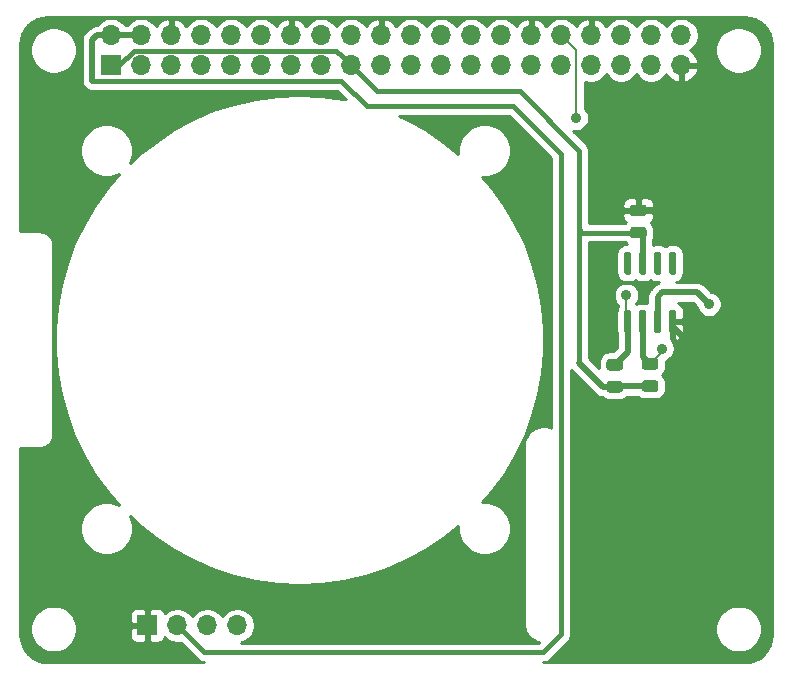
<source format=gbl>
G04 #@! TF.GenerationSoftware,KiCad,Pcbnew,5.1.6-c6e7f7d~87~ubuntu18.04.1*
G04 #@! TF.CreationDate,2020-08-28T18:16:15+02:00*
G04 #@! TF.ProjectId,base_hat,62617365-5f68-4617-942e-6b696361645f,rev?*
G04 #@! TF.SameCoordinates,Original*
G04 #@! TF.FileFunction,Copper,L2,Bot*
G04 #@! TF.FilePolarity,Positive*
%FSLAX46Y46*%
G04 Gerber Fmt 4.6, Leading zero omitted, Abs format (unit mm)*
G04 Created by KiCad (PCBNEW 5.1.6-c6e7f7d~87~ubuntu18.04.1) date 2020-08-28 18:16:15*
%MOMM*%
%LPD*%
G01*
G04 APERTURE LIST*
G04 #@! TA.AperFunction,ComponentPad*
%ADD10O,1.700000X1.700000*%
G04 #@! TD*
G04 #@! TA.AperFunction,ComponentPad*
%ADD11R,1.700000X1.700000*%
G04 #@! TD*
G04 #@! TA.AperFunction,ViaPad*
%ADD12C,0.900000*%
G04 #@! TD*
G04 #@! TA.AperFunction,Conductor*
%ADD13C,0.500000*%
G04 #@! TD*
G04 #@! TA.AperFunction,Conductor*
%ADD14C,0.400000*%
G04 #@! TD*
G04 #@! TA.AperFunction,Conductor*
%ADD15C,0.200000*%
G04 #@! TD*
G04 #@! TA.AperFunction,Conductor*
%ADD16C,0.254000*%
G04 #@! TD*
G04 APERTURE END LIST*
D10*
X219050000Y-146190000D03*
X216510000Y-146190000D03*
X213970000Y-146190000D03*
D11*
X211430000Y-146190000D03*
G04 #@! TA.AperFunction,SMDPad,CuDef*
G36*
G01*
X251945000Y-119500000D02*
X252245000Y-119500000D01*
G75*
G02*
X252395000Y-119650000I0J-150000D01*
G01*
X252395000Y-121300000D01*
G75*
G02*
X252245000Y-121450000I-150000J0D01*
G01*
X251945000Y-121450000D01*
G75*
G02*
X251795000Y-121300000I0J150000D01*
G01*
X251795000Y-119650000D01*
G75*
G02*
X251945000Y-119500000I150000J0D01*
G01*
G37*
G04 #@! TD.AperFunction*
G04 #@! TA.AperFunction,SMDPad,CuDef*
G36*
G01*
X253215000Y-119500000D02*
X253515000Y-119500000D01*
G75*
G02*
X253665000Y-119650000I0J-150000D01*
G01*
X253665000Y-121300000D01*
G75*
G02*
X253515000Y-121450000I-150000J0D01*
G01*
X253215000Y-121450000D01*
G75*
G02*
X253065000Y-121300000I0J150000D01*
G01*
X253065000Y-119650000D01*
G75*
G02*
X253215000Y-119500000I150000J0D01*
G01*
G37*
G04 #@! TD.AperFunction*
G04 #@! TA.AperFunction,SMDPad,CuDef*
G36*
G01*
X254485000Y-119500000D02*
X254785000Y-119500000D01*
G75*
G02*
X254935000Y-119650000I0J-150000D01*
G01*
X254935000Y-121300000D01*
G75*
G02*
X254785000Y-121450000I-150000J0D01*
G01*
X254485000Y-121450000D01*
G75*
G02*
X254335000Y-121300000I0J150000D01*
G01*
X254335000Y-119650000D01*
G75*
G02*
X254485000Y-119500000I150000J0D01*
G01*
G37*
G04 #@! TD.AperFunction*
G04 #@! TA.AperFunction,SMDPad,CuDef*
G36*
G01*
X255755000Y-119500000D02*
X256055000Y-119500000D01*
G75*
G02*
X256205000Y-119650000I0J-150000D01*
G01*
X256205000Y-121300000D01*
G75*
G02*
X256055000Y-121450000I-150000J0D01*
G01*
X255755000Y-121450000D01*
G75*
G02*
X255605000Y-121300000I0J150000D01*
G01*
X255605000Y-119650000D01*
G75*
G02*
X255755000Y-119500000I150000J0D01*
G01*
G37*
G04 #@! TD.AperFunction*
G04 #@! TA.AperFunction,SMDPad,CuDef*
G36*
G01*
X255755000Y-114550000D02*
X256055000Y-114550000D01*
G75*
G02*
X256205000Y-114700000I0J-150000D01*
G01*
X256205000Y-116350000D01*
G75*
G02*
X256055000Y-116500000I-150000J0D01*
G01*
X255755000Y-116500000D01*
G75*
G02*
X255605000Y-116350000I0J150000D01*
G01*
X255605000Y-114700000D01*
G75*
G02*
X255755000Y-114550000I150000J0D01*
G01*
G37*
G04 #@! TD.AperFunction*
G04 #@! TA.AperFunction,SMDPad,CuDef*
G36*
G01*
X254485000Y-114550000D02*
X254785000Y-114550000D01*
G75*
G02*
X254935000Y-114700000I0J-150000D01*
G01*
X254935000Y-116350000D01*
G75*
G02*
X254785000Y-116500000I-150000J0D01*
G01*
X254485000Y-116500000D01*
G75*
G02*
X254335000Y-116350000I0J150000D01*
G01*
X254335000Y-114700000D01*
G75*
G02*
X254485000Y-114550000I150000J0D01*
G01*
G37*
G04 #@! TD.AperFunction*
G04 #@! TA.AperFunction,SMDPad,CuDef*
G36*
G01*
X253215000Y-114550000D02*
X253515000Y-114550000D01*
G75*
G02*
X253665000Y-114700000I0J-150000D01*
G01*
X253665000Y-116350000D01*
G75*
G02*
X253515000Y-116500000I-150000J0D01*
G01*
X253215000Y-116500000D01*
G75*
G02*
X253065000Y-116350000I0J150000D01*
G01*
X253065000Y-114700000D01*
G75*
G02*
X253215000Y-114550000I150000J0D01*
G01*
G37*
G04 #@! TD.AperFunction*
G04 #@! TA.AperFunction,SMDPad,CuDef*
G36*
G01*
X251945000Y-114550000D02*
X252245000Y-114550000D01*
G75*
G02*
X252395000Y-114700000I0J-150000D01*
G01*
X252395000Y-116350000D01*
G75*
G02*
X252245000Y-116500000I-150000J0D01*
G01*
X251945000Y-116500000D01*
G75*
G02*
X251795000Y-116350000I0J150000D01*
G01*
X251795000Y-114700000D01*
G75*
G02*
X251945000Y-114550000I150000J0D01*
G01*
G37*
G04 #@! TD.AperFunction*
G04 #@! TA.AperFunction,SMDPad,CuDef*
G36*
G01*
X251456250Y-124612500D02*
X250543750Y-124612500D01*
G75*
G02*
X250300000Y-124368750I0J243750D01*
G01*
X250300000Y-123881250D01*
G75*
G02*
X250543750Y-123637500I243750J0D01*
G01*
X251456250Y-123637500D01*
G75*
G02*
X251700000Y-123881250I0J-243750D01*
G01*
X251700000Y-124368750D01*
G75*
G02*
X251456250Y-124612500I-243750J0D01*
G01*
G37*
G04 #@! TD.AperFunction*
G04 #@! TA.AperFunction,SMDPad,CuDef*
G36*
G01*
X251456250Y-126487500D02*
X250543750Y-126487500D01*
G75*
G02*
X250300000Y-126243750I0J243750D01*
G01*
X250300000Y-125756250D01*
G75*
G02*
X250543750Y-125512500I243750J0D01*
G01*
X251456250Y-125512500D01*
G75*
G02*
X251700000Y-125756250I0J-243750D01*
G01*
X251700000Y-126243750D01*
G75*
G02*
X251456250Y-126487500I-243750J0D01*
G01*
G37*
G04 #@! TD.AperFunction*
G04 #@! TA.AperFunction,SMDPad,CuDef*
G36*
G01*
X254456250Y-124550000D02*
X253543750Y-124550000D01*
G75*
G02*
X253300000Y-124306250I0J243750D01*
G01*
X253300000Y-123818750D01*
G75*
G02*
X253543750Y-123575000I243750J0D01*
G01*
X254456250Y-123575000D01*
G75*
G02*
X254700000Y-123818750I0J-243750D01*
G01*
X254700000Y-124306250D01*
G75*
G02*
X254456250Y-124550000I-243750J0D01*
G01*
G37*
G04 #@! TD.AperFunction*
G04 #@! TA.AperFunction,SMDPad,CuDef*
G36*
G01*
X254456250Y-126425000D02*
X253543750Y-126425000D01*
G75*
G02*
X253300000Y-126181250I0J243750D01*
G01*
X253300000Y-125693750D01*
G75*
G02*
X253543750Y-125450000I243750J0D01*
G01*
X254456250Y-125450000D01*
G75*
G02*
X254700000Y-125693750I0J-243750D01*
G01*
X254700000Y-126181250D01*
G75*
G02*
X254456250Y-126425000I-243750J0D01*
G01*
G37*
G04 #@! TD.AperFunction*
G04 #@! TA.AperFunction,SMDPad,CuDef*
G36*
G01*
X252543750Y-112450000D02*
X253456250Y-112450000D01*
G75*
G02*
X253700000Y-112693750I0J-243750D01*
G01*
X253700000Y-113181250D01*
G75*
G02*
X253456250Y-113425000I-243750J0D01*
G01*
X252543750Y-113425000D01*
G75*
G02*
X252300000Y-113181250I0J243750D01*
G01*
X252300000Y-112693750D01*
G75*
G02*
X252543750Y-112450000I243750J0D01*
G01*
G37*
G04 #@! TD.AperFunction*
G04 #@! TA.AperFunction,SMDPad,CuDef*
G36*
G01*
X252543750Y-110575000D02*
X253456250Y-110575000D01*
G75*
G02*
X253700000Y-110818750I0J-243750D01*
G01*
X253700000Y-111306250D01*
G75*
G02*
X253456250Y-111550000I-243750J0D01*
G01*
X252543750Y-111550000D01*
G75*
G02*
X252300000Y-111306250I0J243750D01*
G01*
X252300000Y-110818750D01*
G75*
G02*
X252543750Y-110575000I243750J0D01*
G01*
G37*
G04 #@! TD.AperFunction*
X208370000Y-98770000D03*
D10*
X208370000Y-96230000D03*
X210910000Y-98770000D03*
X210910000Y-96230000D03*
X213450000Y-98770000D03*
X213450000Y-96230000D03*
X215990000Y-98770000D03*
X215990000Y-96230000D03*
X218530000Y-98770000D03*
X218530000Y-96230000D03*
X221070000Y-98770000D03*
X221070000Y-96230000D03*
X223610000Y-98770000D03*
X223610000Y-96230000D03*
X226150000Y-98770000D03*
X226150000Y-96230000D03*
X228690000Y-98770000D03*
X228690000Y-96230000D03*
X231230000Y-98770000D03*
X231230000Y-96230000D03*
X233770000Y-98770000D03*
X233770000Y-96230000D03*
X236310000Y-98770000D03*
X236310000Y-96230000D03*
X238850000Y-98770000D03*
X238850000Y-96230000D03*
X241390000Y-98770000D03*
X241390000Y-96230000D03*
X243930000Y-98770000D03*
X243930000Y-96230000D03*
X246470000Y-98770000D03*
X246470000Y-96230000D03*
X249010000Y-98770000D03*
X249010000Y-96230000D03*
X251550000Y-98770000D03*
X251550000Y-96230000D03*
X254090000Y-98770000D03*
X254090000Y-96230000D03*
X256630000Y-98770000D03*
X256630000Y-96230000D03*
D12*
X249530000Y-115710000D03*
X257000000Y-122000000D03*
X258000000Y-109000000D03*
X247750000Y-103250000D03*
X259000000Y-119000000D03*
X252000000Y-118250000D03*
X255000000Y-122750000D03*
D13*
X253365000Y-113302500D02*
X253000000Y-112937500D01*
X253365000Y-115525000D02*
X253365000Y-113302500D01*
X251062500Y-125937500D02*
X251000000Y-126000000D01*
X254000000Y-125937500D02*
X251062500Y-125937500D01*
X251000000Y-126000000D02*
X250000000Y-126000000D01*
X250000000Y-126000000D02*
X248000000Y-124000000D01*
D14*
X227439999Y-97519999D02*
X227840001Y-97920001D01*
X227840001Y-97920001D02*
X228690000Y-98770000D01*
X210309999Y-97519999D02*
X227439999Y-97519999D01*
X209059998Y-98770000D02*
X210309999Y-97519999D01*
X208370000Y-98770000D02*
X209059998Y-98770000D01*
X228690000Y-98770000D02*
X230898000Y-100978000D01*
X230898000Y-100978000D02*
X231750000Y-100978000D01*
X230898000Y-100978000D02*
X242978000Y-100978000D01*
X242978000Y-100978000D02*
X248000000Y-106000000D01*
X248000000Y-106000000D02*
X248000000Y-107937500D01*
X248000000Y-112668000D02*
X248269500Y-112937500D01*
X248269500Y-112937500D02*
X253000000Y-112937500D01*
X248000000Y-112668000D02*
X248000000Y-124000000D01*
X248000000Y-107937500D02*
X248000000Y-112668000D01*
D13*
X210910000Y-96230000D02*
X208370000Y-96230000D01*
X207167919Y-96230000D02*
X206750000Y-96647919D01*
X208370000Y-96230000D02*
X207167919Y-96230000D01*
D14*
X227868667Y-100070000D02*
X230046667Y-102248000D01*
X230046667Y-102248000D02*
X230226000Y-102248000D01*
X206750000Y-100070000D02*
X227868667Y-100070000D01*
D13*
X206750000Y-96647919D02*
X206750000Y-100070000D01*
D14*
X216256000Y-148476000D02*
X213970000Y-146190000D01*
X246482000Y-106312000D02*
X246482000Y-146952000D01*
X230046667Y-102248000D02*
X242418000Y-102248000D01*
X242418000Y-102248000D02*
X246482000Y-106312000D01*
X246482000Y-146952000D02*
X244958000Y-148476000D01*
X244958000Y-148476000D02*
X216256000Y-148476000D01*
D13*
X253000000Y-111062500D02*
X255937500Y-111062500D01*
X255937500Y-111062500D02*
X258000000Y-109000000D01*
X258000000Y-109000000D02*
X258000000Y-109000000D01*
X255905000Y-120905000D02*
X257000000Y-122000000D01*
X255905000Y-120475000D02*
X255905000Y-120905000D01*
D15*
X247319999Y-97079999D02*
X247329999Y-97079999D01*
X246470000Y-96230000D02*
X247319999Y-97079999D01*
X247329999Y-97079999D02*
X247750000Y-97500000D01*
X247750000Y-97500000D02*
X247750000Y-101500000D01*
X247750000Y-101500000D02*
X247750000Y-103250000D01*
X247750000Y-103250000D02*
X247750000Y-103250000D01*
D13*
X254635000Y-120475000D02*
X254635000Y-118365000D01*
X254635000Y-118365000D02*
X255000000Y-118000000D01*
X255000000Y-118000000D02*
X258000000Y-118000000D01*
X258000000Y-118000000D02*
X259000000Y-119000000D01*
X252095000Y-123030000D02*
X251000000Y-124125000D01*
X252095000Y-120475000D02*
X252095000Y-123030000D01*
D15*
X252000000Y-120380000D02*
X252095000Y-120475000D01*
X252000000Y-118250000D02*
X252000000Y-120380000D01*
D13*
X253365000Y-123427500D02*
X254000000Y-124062500D01*
X253365000Y-120475000D02*
X253365000Y-123427500D01*
D15*
X255000000Y-123062500D02*
X254000000Y-124062500D01*
X255000000Y-122750000D02*
X255000000Y-123062500D01*
D16*
G36*
X262449016Y-94732312D02*
G01*
X262880930Y-94862714D01*
X263279285Y-95074524D01*
X263628914Y-95359675D01*
X263916497Y-95707303D01*
X264131086Y-96104177D01*
X264264498Y-96535161D01*
X264315001Y-97015663D01*
X264315000Y-146966495D01*
X264267688Y-147449016D01*
X264137287Y-147880927D01*
X263925480Y-148279280D01*
X263640325Y-148628914D01*
X263292697Y-148916497D01*
X262895825Y-149131085D01*
X262464834Y-149264500D01*
X261984346Y-149315000D01*
X244958406Y-149315000D01*
X244999018Y-149311000D01*
X244999019Y-149311000D01*
X245121689Y-149298918D01*
X245279087Y-149251172D01*
X245424146Y-149173636D01*
X245551291Y-149069291D01*
X245577446Y-149037421D01*
X247043426Y-147571441D01*
X247075291Y-147545291D01*
X247179636Y-147418146D01*
X247257172Y-147273087D01*
X247304918Y-147115689D01*
X247317000Y-146993019D01*
X247317000Y-146993009D01*
X247321039Y-146952001D01*
X247317000Y-146910993D01*
X247317000Y-146304495D01*
X259515000Y-146304495D01*
X259515000Y-146695505D01*
X259591282Y-147079003D01*
X259740915Y-147440250D01*
X259958149Y-147765364D01*
X260234636Y-148041851D01*
X260559750Y-148259085D01*
X260920997Y-148408718D01*
X261304495Y-148485000D01*
X261695505Y-148485000D01*
X262079003Y-148408718D01*
X262440250Y-148259085D01*
X262765364Y-148041851D01*
X263041851Y-147765364D01*
X263259085Y-147440250D01*
X263408718Y-147079003D01*
X263485000Y-146695505D01*
X263485000Y-146304495D01*
X263408718Y-145920997D01*
X263259085Y-145559750D01*
X263041851Y-145234636D01*
X262765364Y-144958149D01*
X262440250Y-144740915D01*
X262079003Y-144591282D01*
X261695505Y-144515000D01*
X261304495Y-144515000D01*
X260920997Y-144591282D01*
X260559750Y-144740915D01*
X260234636Y-144958149D01*
X259958149Y-145234636D01*
X259740915Y-145559750D01*
X259591282Y-145920997D01*
X259515000Y-146304495D01*
X247317000Y-146304495D01*
X247317000Y-124562795D01*
X247343468Y-124595046D01*
X249343470Y-126595049D01*
X249371183Y-126628817D01*
X249404951Y-126656530D01*
X249404953Y-126656532D01*
X249429785Y-126676911D01*
X249505941Y-126739411D01*
X249659687Y-126821589D01*
X249826510Y-126872195D01*
X249939775Y-126883351D01*
X250053836Y-126976958D01*
X250206291Y-127058447D01*
X250371715Y-127108628D01*
X250543750Y-127125572D01*
X251456250Y-127125572D01*
X251628285Y-127108628D01*
X251793709Y-127058447D01*
X251946164Y-126976958D01*
X252079792Y-126867292D01*
X252116552Y-126822500D01*
X252941785Y-126822500D01*
X253053836Y-126914458D01*
X253206291Y-126995947D01*
X253371715Y-127046128D01*
X253543750Y-127063072D01*
X254456250Y-127063072D01*
X254628285Y-127046128D01*
X254793709Y-126995947D01*
X254946164Y-126914458D01*
X255079792Y-126804792D01*
X255189458Y-126671164D01*
X255270947Y-126518709D01*
X255321128Y-126353285D01*
X255338072Y-126181250D01*
X255338072Y-125693750D01*
X255321128Y-125521715D01*
X255270947Y-125356291D01*
X255189458Y-125203836D01*
X255079792Y-125070208D01*
X254994244Y-125000000D01*
X255079792Y-124929792D01*
X255189458Y-124796164D01*
X255270947Y-124643709D01*
X255321128Y-124478285D01*
X255338072Y-124306250D01*
X255338072Y-123818750D01*
X255334818Y-123785710D01*
X255513940Y-123711515D01*
X255691647Y-123592775D01*
X255842775Y-123441647D01*
X255961515Y-123263940D01*
X256043304Y-123066483D01*
X256085000Y-122856863D01*
X256085000Y-122643137D01*
X256043304Y-122433517D01*
X255961515Y-122236060D01*
X255842775Y-122058353D01*
X255744336Y-121959914D01*
X255778000Y-121926250D01*
X255778000Y-120602000D01*
X256032000Y-120602000D01*
X256032000Y-121926250D01*
X256190750Y-122085000D01*
X256205000Y-122088072D01*
X256329482Y-122075812D01*
X256449180Y-122039502D01*
X256559494Y-121980537D01*
X256656185Y-121901185D01*
X256735537Y-121804494D01*
X256794502Y-121694180D01*
X256830812Y-121574482D01*
X256843072Y-121450000D01*
X256840000Y-120760750D01*
X256681250Y-120602000D01*
X256032000Y-120602000D01*
X255778000Y-120602000D01*
X255758000Y-120602000D01*
X255758000Y-120348000D01*
X255778000Y-120348000D01*
X255778000Y-120328000D01*
X256032000Y-120328000D01*
X256032000Y-120348000D01*
X256681250Y-120348000D01*
X256840000Y-120189250D01*
X256843072Y-119500000D01*
X256830812Y-119375518D01*
X256794502Y-119255820D01*
X256735537Y-119145506D01*
X256656185Y-119048815D01*
X256559494Y-118969463D01*
X256449180Y-118910498D01*
X256365124Y-118885000D01*
X257633422Y-118885000D01*
X257929828Y-119181406D01*
X257956696Y-119316483D01*
X258038485Y-119513940D01*
X258157225Y-119691647D01*
X258308353Y-119842775D01*
X258486060Y-119961515D01*
X258683517Y-120043304D01*
X258893137Y-120085000D01*
X259106863Y-120085000D01*
X259316483Y-120043304D01*
X259513940Y-119961515D01*
X259691647Y-119842775D01*
X259842775Y-119691647D01*
X259961515Y-119513940D01*
X260043304Y-119316483D01*
X260085000Y-119106863D01*
X260085000Y-118893137D01*
X260043304Y-118683517D01*
X259961515Y-118486060D01*
X259842775Y-118308353D01*
X259691647Y-118157225D01*
X259513940Y-118038485D01*
X259316483Y-117956696D01*
X259181406Y-117929828D01*
X258656534Y-117404956D01*
X258628817Y-117371183D01*
X258494059Y-117260589D01*
X258340313Y-117178411D01*
X258173490Y-117127805D01*
X258043477Y-117115000D01*
X258043469Y-117115000D01*
X258000000Y-117110719D01*
X257956531Y-117115000D01*
X256234884Y-117115000D01*
X256356582Y-117078084D01*
X256492829Y-117005258D01*
X256612251Y-116907251D01*
X256710258Y-116787829D01*
X256783084Y-116651582D01*
X256827929Y-116503745D01*
X256843072Y-116350000D01*
X256843072Y-114700000D01*
X256827929Y-114546255D01*
X256783084Y-114398418D01*
X256710258Y-114262171D01*
X256612251Y-114142749D01*
X256492829Y-114044742D01*
X256356582Y-113971916D01*
X256208745Y-113927071D01*
X256055000Y-113911928D01*
X255755000Y-113911928D01*
X255601255Y-113927071D01*
X255453418Y-113971916D01*
X255317171Y-114044742D01*
X255270000Y-114083454D01*
X255222829Y-114044742D01*
X255086582Y-113971916D01*
X254938745Y-113927071D01*
X254785000Y-113911928D01*
X254485000Y-113911928D01*
X254331255Y-113927071D01*
X254250000Y-113951719D01*
X254250000Y-113557898D01*
X254270947Y-113518709D01*
X254321128Y-113353285D01*
X254338072Y-113181250D01*
X254338072Y-112693750D01*
X254321128Y-112521715D01*
X254270947Y-112356291D01*
X254189458Y-112203836D01*
X254079792Y-112070208D01*
X254073436Y-112064992D01*
X254151185Y-112001185D01*
X254230537Y-111904494D01*
X254289502Y-111794180D01*
X254325812Y-111674482D01*
X254338072Y-111550000D01*
X254335000Y-111348250D01*
X254176250Y-111189500D01*
X253127000Y-111189500D01*
X253127000Y-111209500D01*
X252873000Y-111209500D01*
X252873000Y-111189500D01*
X251823750Y-111189500D01*
X251665000Y-111348250D01*
X251661928Y-111550000D01*
X251674188Y-111674482D01*
X251710498Y-111794180D01*
X251769463Y-111904494D01*
X251848815Y-112001185D01*
X251926564Y-112064992D01*
X251920208Y-112070208D01*
X251893707Y-112102500D01*
X248835000Y-112102500D01*
X248835000Y-110575000D01*
X251661928Y-110575000D01*
X251665000Y-110776750D01*
X251823750Y-110935500D01*
X252873000Y-110935500D01*
X252873000Y-110098750D01*
X253127000Y-110098750D01*
X253127000Y-110935500D01*
X254176250Y-110935500D01*
X254335000Y-110776750D01*
X254338072Y-110575000D01*
X254325812Y-110450518D01*
X254289502Y-110330820D01*
X254230537Y-110220506D01*
X254151185Y-110123815D01*
X254054494Y-110044463D01*
X253944180Y-109985498D01*
X253824482Y-109949188D01*
X253700000Y-109936928D01*
X253285750Y-109940000D01*
X253127000Y-110098750D01*
X252873000Y-110098750D01*
X252714250Y-109940000D01*
X252300000Y-109936928D01*
X252175518Y-109949188D01*
X252055820Y-109985498D01*
X251945506Y-110044463D01*
X251848815Y-110123815D01*
X251769463Y-110220506D01*
X251710498Y-110330820D01*
X251674188Y-110450518D01*
X251661928Y-110575000D01*
X248835000Y-110575000D01*
X248835000Y-106041018D01*
X248839040Y-106000000D01*
X248822918Y-105836312D01*
X248775172Y-105678913D01*
X248697636Y-105533854D01*
X248645251Y-105470023D01*
X248619439Y-105438570D01*
X248619437Y-105438568D01*
X248593291Y-105406709D01*
X248561433Y-105380564D01*
X247484267Y-104303399D01*
X247643137Y-104335000D01*
X247856863Y-104335000D01*
X248066483Y-104293304D01*
X248263940Y-104211515D01*
X248441647Y-104092775D01*
X248592775Y-103941647D01*
X248711515Y-103763940D01*
X248793304Y-103566483D01*
X248835000Y-103356863D01*
X248835000Y-103143137D01*
X248793304Y-102933517D01*
X248711515Y-102736060D01*
X248592775Y-102558353D01*
X248485000Y-102450578D01*
X248485000Y-100159890D01*
X248576842Y-100197932D01*
X248863740Y-100255000D01*
X249156260Y-100255000D01*
X249443158Y-100197932D01*
X249713411Y-100085990D01*
X249956632Y-99923475D01*
X250163475Y-99716632D01*
X250280000Y-99542240D01*
X250396525Y-99716632D01*
X250603368Y-99923475D01*
X250846589Y-100085990D01*
X251116842Y-100197932D01*
X251403740Y-100255000D01*
X251696260Y-100255000D01*
X251983158Y-100197932D01*
X252253411Y-100085990D01*
X252496632Y-99923475D01*
X252703475Y-99716632D01*
X252820000Y-99542240D01*
X252936525Y-99716632D01*
X253143368Y-99923475D01*
X253386589Y-100085990D01*
X253656842Y-100197932D01*
X253943740Y-100255000D01*
X254236260Y-100255000D01*
X254523158Y-100197932D01*
X254793411Y-100085990D01*
X255036632Y-99923475D01*
X255243475Y-99716632D01*
X255365195Y-99534466D01*
X255434822Y-99651355D01*
X255629731Y-99867588D01*
X255863080Y-100041641D01*
X256125901Y-100166825D01*
X256273110Y-100211476D01*
X256503000Y-100090155D01*
X256503000Y-98897000D01*
X256757000Y-98897000D01*
X256757000Y-100090155D01*
X256986890Y-100211476D01*
X257134099Y-100166825D01*
X257396920Y-100041641D01*
X257630269Y-99867588D01*
X257825178Y-99651355D01*
X257974157Y-99401252D01*
X258071481Y-99126891D01*
X257950814Y-98897000D01*
X256757000Y-98897000D01*
X256503000Y-98897000D01*
X256483000Y-98897000D01*
X256483000Y-98643000D01*
X256503000Y-98643000D01*
X256503000Y-98623000D01*
X256757000Y-98623000D01*
X256757000Y-98643000D01*
X257950814Y-98643000D01*
X258071481Y-98413109D01*
X257974157Y-98138748D01*
X257825178Y-97888645D01*
X257630269Y-97672412D01*
X257400594Y-97501100D01*
X257576632Y-97383475D01*
X257655612Y-97304495D01*
X259515000Y-97304495D01*
X259515000Y-97695505D01*
X259591282Y-98079003D01*
X259740915Y-98440250D01*
X259958149Y-98765364D01*
X260234636Y-99041851D01*
X260559750Y-99259085D01*
X260920997Y-99408718D01*
X261304495Y-99485000D01*
X261695505Y-99485000D01*
X262079003Y-99408718D01*
X262440250Y-99259085D01*
X262765364Y-99041851D01*
X263041851Y-98765364D01*
X263259085Y-98440250D01*
X263408718Y-98079003D01*
X263485000Y-97695505D01*
X263485000Y-97304495D01*
X263408718Y-96920997D01*
X263259085Y-96559750D01*
X263041851Y-96234636D01*
X262765364Y-95958149D01*
X262440250Y-95740915D01*
X262079003Y-95591282D01*
X261695505Y-95515000D01*
X261304495Y-95515000D01*
X260920997Y-95591282D01*
X260559750Y-95740915D01*
X260234636Y-95958149D01*
X259958149Y-96234636D01*
X259740915Y-96559750D01*
X259591282Y-96920997D01*
X259515000Y-97304495D01*
X257655612Y-97304495D01*
X257783475Y-97176632D01*
X257945990Y-96933411D01*
X258057932Y-96663158D01*
X258115000Y-96376260D01*
X258115000Y-96083740D01*
X258057932Y-95796842D01*
X257945990Y-95526589D01*
X257783475Y-95283368D01*
X257576632Y-95076525D01*
X257333411Y-94914010D01*
X257063158Y-94802068D01*
X256776260Y-94745000D01*
X256483740Y-94745000D01*
X256196842Y-94802068D01*
X255926589Y-94914010D01*
X255683368Y-95076525D01*
X255476525Y-95283368D01*
X255360000Y-95457760D01*
X255243475Y-95283368D01*
X255036632Y-95076525D01*
X254793411Y-94914010D01*
X254523158Y-94802068D01*
X254236260Y-94745000D01*
X253943740Y-94745000D01*
X253656842Y-94802068D01*
X253386589Y-94914010D01*
X253143368Y-95076525D01*
X252936525Y-95283368D01*
X252820000Y-95457760D01*
X252703475Y-95283368D01*
X252496632Y-95076525D01*
X252253411Y-94914010D01*
X251983158Y-94802068D01*
X251696260Y-94745000D01*
X251403740Y-94745000D01*
X251116842Y-94802068D01*
X250846589Y-94914010D01*
X250603368Y-95076525D01*
X250396525Y-95283368D01*
X250274805Y-95465534D01*
X250205178Y-95348645D01*
X250010269Y-95132412D01*
X249776920Y-94958359D01*
X249514099Y-94833175D01*
X249366890Y-94788524D01*
X249137000Y-94909845D01*
X249137000Y-96103000D01*
X249157000Y-96103000D01*
X249157000Y-96357000D01*
X249137000Y-96357000D01*
X249137000Y-96377000D01*
X248883000Y-96377000D01*
X248883000Y-96357000D01*
X248863000Y-96357000D01*
X248863000Y-96103000D01*
X248883000Y-96103000D01*
X248883000Y-94909845D01*
X248653110Y-94788524D01*
X248505901Y-94833175D01*
X248243080Y-94958359D01*
X248009731Y-95132412D01*
X247814822Y-95348645D01*
X247745195Y-95465534D01*
X247623475Y-95283368D01*
X247416632Y-95076525D01*
X247173411Y-94914010D01*
X246903158Y-94802068D01*
X246616260Y-94745000D01*
X246323740Y-94745000D01*
X246036842Y-94802068D01*
X245766589Y-94914010D01*
X245523368Y-95076525D01*
X245316525Y-95283368D01*
X245194805Y-95465534D01*
X245125178Y-95348645D01*
X244930269Y-95132412D01*
X244696920Y-94958359D01*
X244434099Y-94833175D01*
X244286890Y-94788524D01*
X244057000Y-94909845D01*
X244057000Y-96103000D01*
X244077000Y-96103000D01*
X244077000Y-96357000D01*
X244057000Y-96357000D01*
X244057000Y-96377000D01*
X243803000Y-96377000D01*
X243803000Y-96357000D01*
X243783000Y-96357000D01*
X243783000Y-96103000D01*
X243803000Y-96103000D01*
X243803000Y-94909845D01*
X243573110Y-94788524D01*
X243425901Y-94833175D01*
X243163080Y-94958359D01*
X242929731Y-95132412D01*
X242734822Y-95348645D01*
X242665195Y-95465534D01*
X242543475Y-95283368D01*
X242336632Y-95076525D01*
X242093411Y-94914010D01*
X241823158Y-94802068D01*
X241536260Y-94745000D01*
X241243740Y-94745000D01*
X240956842Y-94802068D01*
X240686589Y-94914010D01*
X240443368Y-95076525D01*
X240236525Y-95283368D01*
X240120000Y-95457760D01*
X240003475Y-95283368D01*
X239796632Y-95076525D01*
X239553411Y-94914010D01*
X239283158Y-94802068D01*
X238996260Y-94745000D01*
X238703740Y-94745000D01*
X238416842Y-94802068D01*
X238146589Y-94914010D01*
X237903368Y-95076525D01*
X237696525Y-95283368D01*
X237580000Y-95457760D01*
X237463475Y-95283368D01*
X237256632Y-95076525D01*
X237013411Y-94914010D01*
X236743158Y-94802068D01*
X236456260Y-94745000D01*
X236163740Y-94745000D01*
X235876842Y-94802068D01*
X235606589Y-94914010D01*
X235363368Y-95076525D01*
X235156525Y-95283368D01*
X235040000Y-95457760D01*
X234923475Y-95283368D01*
X234716632Y-95076525D01*
X234473411Y-94914010D01*
X234203158Y-94802068D01*
X233916260Y-94745000D01*
X233623740Y-94745000D01*
X233336842Y-94802068D01*
X233066589Y-94914010D01*
X232823368Y-95076525D01*
X232616525Y-95283368D01*
X232494805Y-95465534D01*
X232425178Y-95348645D01*
X232230269Y-95132412D01*
X231996920Y-94958359D01*
X231734099Y-94833175D01*
X231586890Y-94788524D01*
X231357000Y-94909845D01*
X231357000Y-96103000D01*
X231377000Y-96103000D01*
X231377000Y-96357000D01*
X231357000Y-96357000D01*
X231357000Y-96377000D01*
X231103000Y-96377000D01*
X231103000Y-96357000D01*
X231083000Y-96357000D01*
X231083000Y-96103000D01*
X231103000Y-96103000D01*
X231103000Y-94909845D01*
X230873110Y-94788524D01*
X230725901Y-94833175D01*
X230463080Y-94958359D01*
X230229731Y-95132412D01*
X230034822Y-95348645D01*
X229965195Y-95465534D01*
X229843475Y-95283368D01*
X229636632Y-95076525D01*
X229393411Y-94914010D01*
X229123158Y-94802068D01*
X228836260Y-94745000D01*
X228543740Y-94745000D01*
X228256842Y-94802068D01*
X227986589Y-94914010D01*
X227743368Y-95076525D01*
X227536525Y-95283368D01*
X227420000Y-95457760D01*
X227303475Y-95283368D01*
X227096632Y-95076525D01*
X226853411Y-94914010D01*
X226583158Y-94802068D01*
X226296260Y-94745000D01*
X226003740Y-94745000D01*
X225716842Y-94802068D01*
X225446589Y-94914010D01*
X225203368Y-95076525D01*
X224996525Y-95283368D01*
X224874805Y-95465534D01*
X224805178Y-95348645D01*
X224610269Y-95132412D01*
X224376920Y-94958359D01*
X224114099Y-94833175D01*
X223966890Y-94788524D01*
X223737000Y-94909845D01*
X223737000Y-96103000D01*
X223757000Y-96103000D01*
X223757000Y-96357000D01*
X223737000Y-96357000D01*
X223737000Y-96377000D01*
X223483000Y-96377000D01*
X223483000Y-96357000D01*
X223463000Y-96357000D01*
X223463000Y-96103000D01*
X223483000Y-96103000D01*
X223483000Y-94909845D01*
X223253110Y-94788524D01*
X223105901Y-94833175D01*
X222843080Y-94958359D01*
X222609731Y-95132412D01*
X222414822Y-95348645D01*
X222345195Y-95465534D01*
X222223475Y-95283368D01*
X222016632Y-95076525D01*
X221773411Y-94914010D01*
X221503158Y-94802068D01*
X221216260Y-94745000D01*
X220923740Y-94745000D01*
X220636842Y-94802068D01*
X220366589Y-94914010D01*
X220123368Y-95076525D01*
X219916525Y-95283368D01*
X219800000Y-95457760D01*
X219683475Y-95283368D01*
X219476632Y-95076525D01*
X219233411Y-94914010D01*
X218963158Y-94802068D01*
X218676260Y-94745000D01*
X218383740Y-94745000D01*
X218096842Y-94802068D01*
X217826589Y-94914010D01*
X217583368Y-95076525D01*
X217376525Y-95283368D01*
X217260000Y-95457760D01*
X217143475Y-95283368D01*
X216936632Y-95076525D01*
X216693411Y-94914010D01*
X216423158Y-94802068D01*
X216136260Y-94745000D01*
X215843740Y-94745000D01*
X215556842Y-94802068D01*
X215286589Y-94914010D01*
X215043368Y-95076525D01*
X214836525Y-95283368D01*
X214714805Y-95465534D01*
X214645178Y-95348645D01*
X214450269Y-95132412D01*
X214216920Y-94958359D01*
X213954099Y-94833175D01*
X213806890Y-94788524D01*
X213577000Y-94909845D01*
X213577000Y-96103000D01*
X213597000Y-96103000D01*
X213597000Y-96357000D01*
X213577000Y-96357000D01*
X213577000Y-96377000D01*
X213323000Y-96377000D01*
X213323000Y-96357000D01*
X213303000Y-96357000D01*
X213303000Y-96103000D01*
X213323000Y-96103000D01*
X213323000Y-94909845D01*
X213093110Y-94788524D01*
X212945901Y-94833175D01*
X212683080Y-94958359D01*
X212449731Y-95132412D01*
X212254822Y-95348645D01*
X212185195Y-95465534D01*
X212063475Y-95283368D01*
X211856632Y-95076525D01*
X211613411Y-94914010D01*
X211343158Y-94802068D01*
X211056260Y-94745000D01*
X210763740Y-94745000D01*
X210476842Y-94802068D01*
X210206589Y-94914010D01*
X209963368Y-95076525D01*
X209756525Y-95283368D01*
X209715344Y-95345000D01*
X209564656Y-95345000D01*
X209523475Y-95283368D01*
X209316632Y-95076525D01*
X209073411Y-94914010D01*
X208803158Y-94802068D01*
X208516260Y-94745000D01*
X208223740Y-94745000D01*
X207936842Y-94802068D01*
X207666589Y-94914010D01*
X207423368Y-95076525D01*
X207216525Y-95283368D01*
X207177569Y-95341669D01*
X207167919Y-95340719D01*
X207124450Y-95345000D01*
X207124442Y-95345000D01*
X206994429Y-95357805D01*
X206827606Y-95408411D01*
X206673860Y-95490589D01*
X206539102Y-95601183D01*
X206511385Y-95634956D01*
X206154956Y-95991385D01*
X206121183Y-96019102D01*
X206010589Y-96153861D01*
X205928411Y-96307607D01*
X205897401Y-96409833D01*
X205880389Y-96465913D01*
X205877805Y-96474430D01*
X205865000Y-96604443D01*
X205865000Y-96604450D01*
X205860719Y-96647919D01*
X205865000Y-96691388D01*
X205865001Y-100113477D01*
X205877806Y-100243490D01*
X205928412Y-100410313D01*
X206010590Y-100564059D01*
X206121184Y-100698817D01*
X206255942Y-100809411D01*
X206409688Y-100891589D01*
X206576511Y-100942195D01*
X206750000Y-100959282D01*
X206923490Y-100942195D01*
X207046104Y-100905000D01*
X227522800Y-100905000D01*
X228281051Y-101663252D01*
X228017684Y-101603140D01*
X226174423Y-101353453D01*
X224316200Y-101270000D01*
X222457977Y-101353453D01*
X220614716Y-101603140D01*
X218801256Y-102017050D01*
X217032200Y-102591851D01*
X215321790Y-103322915D01*
X213683798Y-104204357D01*
X212131412Y-105229078D01*
X210677130Y-106388829D01*
X209983319Y-107052180D01*
X210149110Y-106651925D01*
X210235000Y-106220128D01*
X210235000Y-105779872D01*
X210149110Y-105348075D01*
X209980631Y-104941331D01*
X209736038Y-104575271D01*
X209424729Y-104263962D01*
X209058669Y-104019369D01*
X208651925Y-103850890D01*
X208220128Y-103765000D01*
X207779872Y-103765000D01*
X207348075Y-103850890D01*
X206941331Y-104019369D01*
X206575271Y-104263962D01*
X206263962Y-104575271D01*
X206019369Y-104941331D01*
X205850890Y-105348075D01*
X205765000Y-105779872D01*
X205765000Y-106220128D01*
X205850890Y-106651925D01*
X206019369Y-107058669D01*
X206263962Y-107424729D01*
X206575271Y-107736038D01*
X206941331Y-107980631D01*
X207348075Y-108149110D01*
X207779872Y-108235000D01*
X208220128Y-108235000D01*
X208651925Y-108149110D01*
X209058669Y-107980631D01*
X209073887Y-107970462D01*
X208108833Y-109075056D01*
X207015496Y-110579906D01*
X206061455Y-112176703D01*
X205254389Y-113852591D01*
X204600798Y-115594078D01*
X204105944Y-117387141D01*
X203773811Y-119217344D01*
X203607074Y-121069952D01*
X203607074Y-122930048D01*
X203773811Y-124782656D01*
X204105944Y-126612859D01*
X204600798Y-128405922D01*
X205254389Y-130147409D01*
X206061455Y-131823297D01*
X207015496Y-133420094D01*
X208108833Y-134924944D01*
X209073887Y-136029538D01*
X209058669Y-136019369D01*
X208651925Y-135850890D01*
X208220128Y-135765000D01*
X207779872Y-135765000D01*
X207348075Y-135850890D01*
X206941331Y-136019369D01*
X206575271Y-136263962D01*
X206263962Y-136575271D01*
X206019369Y-136941331D01*
X205850890Y-137348075D01*
X205765000Y-137779872D01*
X205765000Y-138220128D01*
X205850890Y-138651925D01*
X206019369Y-139058669D01*
X206263962Y-139424729D01*
X206575271Y-139736038D01*
X206941331Y-139980631D01*
X207348075Y-140149110D01*
X207779872Y-140235000D01*
X208220128Y-140235000D01*
X208651925Y-140149110D01*
X209058669Y-139980631D01*
X209424729Y-139736038D01*
X209736038Y-139424729D01*
X209980631Y-139058669D01*
X210149110Y-138651925D01*
X210235000Y-138220128D01*
X210235000Y-137779872D01*
X210149110Y-137348075D01*
X209983319Y-136947820D01*
X210677130Y-137611171D01*
X212131412Y-138770922D01*
X213683798Y-139795643D01*
X215321790Y-140677085D01*
X217032200Y-141408149D01*
X218801256Y-141982950D01*
X220614716Y-142396860D01*
X222457977Y-142646547D01*
X224316200Y-142730000D01*
X226174423Y-142646547D01*
X228017684Y-142396860D01*
X229831144Y-141982950D01*
X231600200Y-141408149D01*
X233310610Y-140677085D01*
X234948602Y-139795643D01*
X236500988Y-138770922D01*
X237769011Y-137759708D01*
X237765000Y-137779872D01*
X237765000Y-138220128D01*
X237850890Y-138651925D01*
X238019369Y-139058669D01*
X238263962Y-139424729D01*
X238575271Y-139736038D01*
X238941331Y-139980631D01*
X239348075Y-140149110D01*
X239779872Y-140235000D01*
X240220128Y-140235000D01*
X240651925Y-140149110D01*
X241058669Y-139980631D01*
X241424729Y-139736038D01*
X241736038Y-139424729D01*
X241980631Y-139058669D01*
X242149110Y-138651925D01*
X242235000Y-138220128D01*
X242235000Y-137779872D01*
X242149110Y-137348075D01*
X241980631Y-136941331D01*
X241736038Y-136575271D01*
X241424729Y-136263962D01*
X241058669Y-136019369D01*
X240651925Y-135850890D01*
X240220128Y-135765000D01*
X239789632Y-135765000D01*
X240523567Y-134924944D01*
X241616904Y-133420094D01*
X242570945Y-131823297D01*
X243378011Y-130147409D01*
X244031602Y-128405922D01*
X244526456Y-126612859D01*
X244858589Y-124782656D01*
X245025326Y-122930048D01*
X245025326Y-121069952D01*
X244858589Y-119217344D01*
X244526456Y-117387141D01*
X244031602Y-115594078D01*
X243378011Y-113852591D01*
X242570945Y-112176703D01*
X241616904Y-110579906D01*
X240523567Y-109075056D01*
X239789632Y-108235000D01*
X240220128Y-108235000D01*
X240651925Y-108149110D01*
X241058669Y-107980631D01*
X241424729Y-107736038D01*
X241736038Y-107424729D01*
X241980631Y-107058669D01*
X242149110Y-106651925D01*
X242235000Y-106220128D01*
X242235000Y-105779872D01*
X242149110Y-105348075D01*
X241980631Y-104941331D01*
X241736038Y-104575271D01*
X241424729Y-104263962D01*
X241058669Y-104019369D01*
X240651925Y-103850890D01*
X240220128Y-103765000D01*
X239779872Y-103765000D01*
X239348075Y-103850890D01*
X238941331Y-104019369D01*
X238575271Y-104263962D01*
X238263962Y-104575271D01*
X238019369Y-104941331D01*
X237850890Y-105348075D01*
X237765000Y-105779872D01*
X237765000Y-106220128D01*
X237769011Y-106240292D01*
X236500988Y-105229078D01*
X234948602Y-104204357D01*
X233310610Y-103322915D01*
X232749301Y-103083000D01*
X242072133Y-103083000D01*
X245647000Y-106657869D01*
X245647001Y-129447600D01*
X245634410Y-129442513D01*
X245577165Y-129418450D01*
X245568009Y-129415685D01*
X245380783Y-129360582D01*
X245319775Y-129348945D01*
X245258985Y-129336466D01*
X245249466Y-129335532D01*
X245055105Y-129317843D01*
X244992981Y-129318277D01*
X244930933Y-129317844D01*
X244921426Y-129318776D01*
X244921419Y-129318776D01*
X244921413Y-129318777D01*
X244727318Y-129339178D01*
X244666504Y-129351661D01*
X244605519Y-129363295D01*
X244596363Y-129366059D01*
X244409925Y-129423771D01*
X244352692Y-129447830D01*
X244295127Y-129471087D01*
X244286682Y-129475577D01*
X244115006Y-129568402D01*
X244063532Y-129603122D01*
X244011582Y-129637117D01*
X244004170Y-129643162D01*
X243853793Y-129767565D01*
X243810027Y-129811638D01*
X243765689Y-129855057D01*
X243759592Y-129862426D01*
X243636242Y-130013668D01*
X243601881Y-130065386D01*
X243566809Y-130116607D01*
X243562260Y-130125020D01*
X243470635Y-130297343D01*
X243446978Y-130354739D01*
X243422519Y-130411807D01*
X243419690Y-130420943D01*
X243363281Y-130607780D01*
X243351219Y-130668698D01*
X243338314Y-130729410D01*
X243337314Y-130738922D01*
X243318269Y-130933155D01*
X243318269Y-130933173D01*
X243315001Y-130966353D01*
X243315000Y-146033646D01*
X243318366Y-146067821D01*
X243318366Y-146080806D01*
X243319366Y-146090318D01*
X243341121Y-146284268D01*
X243354025Y-146344976D01*
X243366089Y-146405901D01*
X243368917Y-146415038D01*
X243427930Y-146601068D01*
X243452377Y-146658105D01*
X243476046Y-146715531D01*
X243480595Y-146723944D01*
X243574617Y-146894969D01*
X243609692Y-146946194D01*
X243644050Y-146997906D01*
X243650146Y-147005276D01*
X243775596Y-147154782D01*
X243819974Y-147198240D01*
X243863703Y-147242275D01*
X243871109Y-147248315D01*
X243871113Y-147248319D01*
X243871115Y-147248320D01*
X244023214Y-147370611D01*
X244075139Y-147404589D01*
X244126632Y-147439322D01*
X244135077Y-147443812D01*
X244308033Y-147534232D01*
X244365590Y-147557487D01*
X244422835Y-147581550D01*
X244431991Y-147584315D01*
X244614966Y-147638167D01*
X244612133Y-147641000D01*
X219367188Y-147641000D01*
X219483158Y-147617932D01*
X219753411Y-147505990D01*
X219996632Y-147343475D01*
X220203475Y-147136632D01*
X220365990Y-146893411D01*
X220477932Y-146623158D01*
X220535000Y-146336260D01*
X220535000Y-146043740D01*
X220477932Y-145756842D01*
X220365990Y-145486589D01*
X220203475Y-145243368D01*
X219996632Y-145036525D01*
X219753411Y-144874010D01*
X219483158Y-144762068D01*
X219196260Y-144705000D01*
X218903740Y-144705000D01*
X218616842Y-144762068D01*
X218346589Y-144874010D01*
X218103368Y-145036525D01*
X217896525Y-145243368D01*
X217780000Y-145417760D01*
X217663475Y-145243368D01*
X217456632Y-145036525D01*
X217213411Y-144874010D01*
X216943158Y-144762068D01*
X216656260Y-144705000D01*
X216363740Y-144705000D01*
X216076842Y-144762068D01*
X215806589Y-144874010D01*
X215563368Y-145036525D01*
X215356525Y-145243368D01*
X215240000Y-145417760D01*
X215123475Y-145243368D01*
X214916632Y-145036525D01*
X214673411Y-144874010D01*
X214403158Y-144762068D01*
X214116260Y-144705000D01*
X213823740Y-144705000D01*
X213536842Y-144762068D01*
X213266589Y-144874010D01*
X213023368Y-145036525D01*
X212891513Y-145168380D01*
X212869502Y-145095820D01*
X212810537Y-144985506D01*
X212731185Y-144888815D01*
X212634494Y-144809463D01*
X212524180Y-144750498D01*
X212404482Y-144714188D01*
X212280000Y-144701928D01*
X211715750Y-144705000D01*
X211557000Y-144863750D01*
X211557000Y-146063000D01*
X211577000Y-146063000D01*
X211577000Y-146317000D01*
X211557000Y-146317000D01*
X211557000Y-147516250D01*
X211715750Y-147675000D01*
X212280000Y-147678072D01*
X212404482Y-147665812D01*
X212524180Y-147629502D01*
X212634494Y-147570537D01*
X212731185Y-147491185D01*
X212810537Y-147394494D01*
X212869502Y-147284180D01*
X212891513Y-147211620D01*
X213023368Y-147343475D01*
X213266589Y-147505990D01*
X213536842Y-147617932D01*
X213823740Y-147675000D01*
X214116260Y-147675000D01*
X214247940Y-147648807D01*
X215636559Y-149037427D01*
X215662709Y-149069291D01*
X215789033Y-149172962D01*
X215789854Y-149173636D01*
X215934913Y-149251172D01*
X216092311Y-149298918D01*
X216255593Y-149315000D01*
X203033504Y-149315000D01*
X202550984Y-149267688D01*
X202119073Y-149137287D01*
X201720720Y-148925480D01*
X201371086Y-148640325D01*
X201083503Y-148292697D01*
X200868915Y-147895825D01*
X200735500Y-147464834D01*
X200685000Y-146984346D01*
X200685000Y-146304495D01*
X201515000Y-146304495D01*
X201515000Y-146695505D01*
X201591282Y-147079003D01*
X201740915Y-147440250D01*
X201958149Y-147765364D01*
X202234636Y-148041851D01*
X202559750Y-148259085D01*
X202920997Y-148408718D01*
X203304495Y-148485000D01*
X203695505Y-148485000D01*
X204079003Y-148408718D01*
X204440250Y-148259085D01*
X204765364Y-148041851D01*
X205041851Y-147765364D01*
X205259085Y-147440250D01*
X205408718Y-147079003D01*
X205416476Y-147040000D01*
X209941928Y-147040000D01*
X209954188Y-147164482D01*
X209990498Y-147284180D01*
X210049463Y-147394494D01*
X210128815Y-147491185D01*
X210225506Y-147570537D01*
X210335820Y-147629502D01*
X210455518Y-147665812D01*
X210580000Y-147678072D01*
X211144250Y-147675000D01*
X211303000Y-147516250D01*
X211303000Y-146317000D01*
X210103750Y-146317000D01*
X209945000Y-146475750D01*
X209941928Y-147040000D01*
X205416476Y-147040000D01*
X205485000Y-146695505D01*
X205485000Y-146304495D01*
X205408718Y-145920997D01*
X205259085Y-145559750D01*
X205112253Y-145340000D01*
X209941928Y-145340000D01*
X209945000Y-145904250D01*
X210103750Y-146063000D01*
X211303000Y-146063000D01*
X211303000Y-144863750D01*
X211144250Y-144705000D01*
X210580000Y-144701928D01*
X210455518Y-144714188D01*
X210335820Y-144750498D01*
X210225506Y-144809463D01*
X210128815Y-144888815D01*
X210049463Y-144985506D01*
X209990498Y-145095820D01*
X209954188Y-145215518D01*
X209941928Y-145340000D01*
X205112253Y-145340000D01*
X205041851Y-145234636D01*
X204765364Y-144958149D01*
X204440250Y-144740915D01*
X204079003Y-144591282D01*
X203695505Y-144515000D01*
X203304495Y-144515000D01*
X202920997Y-144591282D01*
X202559750Y-144740915D01*
X202234636Y-144958149D01*
X201958149Y-145234636D01*
X201740915Y-145559750D01*
X201591282Y-145920997D01*
X201515000Y-146304495D01*
X200685000Y-146304495D01*
X200685000Y-131185307D01*
X202328689Y-131188014D01*
X202358509Y-131185127D01*
X202359573Y-131185134D01*
X202369092Y-131184201D01*
X202381078Y-131182941D01*
X202429341Y-131178268D01*
X202431374Y-131177655D01*
X202466140Y-131174001D01*
X202526990Y-131161510D01*
X202587942Y-131149883D01*
X202597096Y-131147120D01*
X202597102Y-131147118D01*
X202690317Y-131118263D01*
X202747533Y-131094211D01*
X202805119Y-131070945D01*
X202813564Y-131066455D01*
X202899401Y-131020042D01*
X202950867Y-130985327D01*
X203002821Y-130951329D01*
X203010232Y-130945285D01*
X203085421Y-130883083D01*
X203129162Y-130839035D01*
X203173522Y-130795596D01*
X203179618Y-130788226D01*
X203179623Y-130788221D01*
X203179627Y-130788215D01*
X203241294Y-130712605D01*
X203275632Y-130660924D01*
X203310733Y-130609659D01*
X203315282Y-130601246D01*
X203361094Y-130515085D01*
X203384758Y-130457669D01*
X203409208Y-130400626D01*
X203412036Y-130391490D01*
X203440241Y-130298072D01*
X203452303Y-130237152D01*
X203465209Y-130176435D01*
X203466209Y-130166923D01*
X203475731Y-130069806D01*
X203475731Y-130069801D01*
X203478990Y-130036813D01*
X203483708Y-113965881D01*
X203480854Y-113936813D01*
X203480869Y-113934627D01*
X203479936Y-113925109D01*
X203476414Y-113891601D01*
X203473826Y-113865242D01*
X203473547Y-113864322D01*
X203469736Y-113828060D01*
X203457247Y-113767217D01*
X203445618Y-113706258D01*
X203442854Y-113697102D01*
X203413998Y-113603883D01*
X203389932Y-113546634D01*
X203366679Y-113489081D01*
X203362189Y-113480636D01*
X203315777Y-113394798D01*
X203281050Y-113343315D01*
X203247064Y-113291379D01*
X203241020Y-113283967D01*
X203178818Y-113208779D01*
X203134751Y-113165018D01*
X203091330Y-113120678D01*
X203083961Y-113114581D01*
X203008340Y-113052906D01*
X202956659Y-113018568D01*
X202905394Y-112983467D01*
X202896981Y-112978918D01*
X202810820Y-112933106D01*
X202753404Y-112909442D01*
X202696361Y-112884992D01*
X202687225Y-112882164D01*
X202593807Y-112853959D01*
X202532895Y-112841898D01*
X202472171Y-112828991D01*
X202462659Y-112827991D01*
X202365541Y-112818469D01*
X202365535Y-112818469D01*
X202332423Y-112815204D01*
X200685000Y-112815021D01*
X200685000Y-97304495D01*
X201515000Y-97304495D01*
X201515000Y-97695505D01*
X201591282Y-98079003D01*
X201740915Y-98440250D01*
X201958149Y-98765364D01*
X202234636Y-99041851D01*
X202559750Y-99259085D01*
X202920997Y-99408718D01*
X203304495Y-99485000D01*
X203695505Y-99485000D01*
X204079003Y-99408718D01*
X204440250Y-99259085D01*
X204765364Y-99041851D01*
X205041851Y-98765364D01*
X205259085Y-98440250D01*
X205408718Y-98079003D01*
X205485000Y-97695505D01*
X205485000Y-97304495D01*
X205408718Y-96920997D01*
X205259085Y-96559750D01*
X205041851Y-96234636D01*
X204765364Y-95958149D01*
X204440250Y-95740915D01*
X204079003Y-95591282D01*
X203695505Y-95515000D01*
X203304495Y-95515000D01*
X202920997Y-95591282D01*
X202559750Y-95740915D01*
X202234636Y-95958149D01*
X201958149Y-96234636D01*
X201740915Y-96559750D01*
X201591282Y-96920997D01*
X201515000Y-97304495D01*
X200685000Y-97304495D01*
X200685000Y-97033505D01*
X200732312Y-96550984D01*
X200862714Y-96119070D01*
X201074524Y-95720715D01*
X201359675Y-95371086D01*
X201707303Y-95083503D01*
X202104177Y-94868914D01*
X202535161Y-94735502D01*
X203015654Y-94685000D01*
X261966495Y-94685000D01*
X262449016Y-94732312D01*
G37*
X262449016Y-94732312D02*
X262880930Y-94862714D01*
X263279285Y-95074524D01*
X263628914Y-95359675D01*
X263916497Y-95707303D01*
X264131086Y-96104177D01*
X264264498Y-96535161D01*
X264315001Y-97015663D01*
X264315000Y-146966495D01*
X264267688Y-147449016D01*
X264137287Y-147880927D01*
X263925480Y-148279280D01*
X263640325Y-148628914D01*
X263292697Y-148916497D01*
X262895825Y-149131085D01*
X262464834Y-149264500D01*
X261984346Y-149315000D01*
X244958406Y-149315000D01*
X244999018Y-149311000D01*
X244999019Y-149311000D01*
X245121689Y-149298918D01*
X245279087Y-149251172D01*
X245424146Y-149173636D01*
X245551291Y-149069291D01*
X245577446Y-149037421D01*
X247043426Y-147571441D01*
X247075291Y-147545291D01*
X247179636Y-147418146D01*
X247257172Y-147273087D01*
X247304918Y-147115689D01*
X247317000Y-146993019D01*
X247317000Y-146993009D01*
X247321039Y-146952001D01*
X247317000Y-146910993D01*
X247317000Y-146304495D01*
X259515000Y-146304495D01*
X259515000Y-146695505D01*
X259591282Y-147079003D01*
X259740915Y-147440250D01*
X259958149Y-147765364D01*
X260234636Y-148041851D01*
X260559750Y-148259085D01*
X260920997Y-148408718D01*
X261304495Y-148485000D01*
X261695505Y-148485000D01*
X262079003Y-148408718D01*
X262440250Y-148259085D01*
X262765364Y-148041851D01*
X263041851Y-147765364D01*
X263259085Y-147440250D01*
X263408718Y-147079003D01*
X263485000Y-146695505D01*
X263485000Y-146304495D01*
X263408718Y-145920997D01*
X263259085Y-145559750D01*
X263041851Y-145234636D01*
X262765364Y-144958149D01*
X262440250Y-144740915D01*
X262079003Y-144591282D01*
X261695505Y-144515000D01*
X261304495Y-144515000D01*
X260920997Y-144591282D01*
X260559750Y-144740915D01*
X260234636Y-144958149D01*
X259958149Y-145234636D01*
X259740915Y-145559750D01*
X259591282Y-145920997D01*
X259515000Y-146304495D01*
X247317000Y-146304495D01*
X247317000Y-124562795D01*
X247343468Y-124595046D01*
X249343470Y-126595049D01*
X249371183Y-126628817D01*
X249404951Y-126656530D01*
X249404953Y-126656532D01*
X249429785Y-126676911D01*
X249505941Y-126739411D01*
X249659687Y-126821589D01*
X249826510Y-126872195D01*
X249939775Y-126883351D01*
X250053836Y-126976958D01*
X250206291Y-127058447D01*
X250371715Y-127108628D01*
X250543750Y-127125572D01*
X251456250Y-127125572D01*
X251628285Y-127108628D01*
X251793709Y-127058447D01*
X251946164Y-126976958D01*
X252079792Y-126867292D01*
X252116552Y-126822500D01*
X252941785Y-126822500D01*
X253053836Y-126914458D01*
X253206291Y-126995947D01*
X253371715Y-127046128D01*
X253543750Y-127063072D01*
X254456250Y-127063072D01*
X254628285Y-127046128D01*
X254793709Y-126995947D01*
X254946164Y-126914458D01*
X255079792Y-126804792D01*
X255189458Y-126671164D01*
X255270947Y-126518709D01*
X255321128Y-126353285D01*
X255338072Y-126181250D01*
X255338072Y-125693750D01*
X255321128Y-125521715D01*
X255270947Y-125356291D01*
X255189458Y-125203836D01*
X255079792Y-125070208D01*
X254994244Y-125000000D01*
X255079792Y-124929792D01*
X255189458Y-124796164D01*
X255270947Y-124643709D01*
X255321128Y-124478285D01*
X255338072Y-124306250D01*
X255338072Y-123818750D01*
X255334818Y-123785710D01*
X255513940Y-123711515D01*
X255691647Y-123592775D01*
X255842775Y-123441647D01*
X255961515Y-123263940D01*
X256043304Y-123066483D01*
X256085000Y-122856863D01*
X256085000Y-122643137D01*
X256043304Y-122433517D01*
X255961515Y-122236060D01*
X255842775Y-122058353D01*
X255744336Y-121959914D01*
X255778000Y-121926250D01*
X255778000Y-120602000D01*
X256032000Y-120602000D01*
X256032000Y-121926250D01*
X256190750Y-122085000D01*
X256205000Y-122088072D01*
X256329482Y-122075812D01*
X256449180Y-122039502D01*
X256559494Y-121980537D01*
X256656185Y-121901185D01*
X256735537Y-121804494D01*
X256794502Y-121694180D01*
X256830812Y-121574482D01*
X256843072Y-121450000D01*
X256840000Y-120760750D01*
X256681250Y-120602000D01*
X256032000Y-120602000D01*
X255778000Y-120602000D01*
X255758000Y-120602000D01*
X255758000Y-120348000D01*
X255778000Y-120348000D01*
X255778000Y-120328000D01*
X256032000Y-120328000D01*
X256032000Y-120348000D01*
X256681250Y-120348000D01*
X256840000Y-120189250D01*
X256843072Y-119500000D01*
X256830812Y-119375518D01*
X256794502Y-119255820D01*
X256735537Y-119145506D01*
X256656185Y-119048815D01*
X256559494Y-118969463D01*
X256449180Y-118910498D01*
X256365124Y-118885000D01*
X257633422Y-118885000D01*
X257929828Y-119181406D01*
X257956696Y-119316483D01*
X258038485Y-119513940D01*
X258157225Y-119691647D01*
X258308353Y-119842775D01*
X258486060Y-119961515D01*
X258683517Y-120043304D01*
X258893137Y-120085000D01*
X259106863Y-120085000D01*
X259316483Y-120043304D01*
X259513940Y-119961515D01*
X259691647Y-119842775D01*
X259842775Y-119691647D01*
X259961515Y-119513940D01*
X260043304Y-119316483D01*
X260085000Y-119106863D01*
X260085000Y-118893137D01*
X260043304Y-118683517D01*
X259961515Y-118486060D01*
X259842775Y-118308353D01*
X259691647Y-118157225D01*
X259513940Y-118038485D01*
X259316483Y-117956696D01*
X259181406Y-117929828D01*
X258656534Y-117404956D01*
X258628817Y-117371183D01*
X258494059Y-117260589D01*
X258340313Y-117178411D01*
X258173490Y-117127805D01*
X258043477Y-117115000D01*
X258043469Y-117115000D01*
X258000000Y-117110719D01*
X257956531Y-117115000D01*
X256234884Y-117115000D01*
X256356582Y-117078084D01*
X256492829Y-117005258D01*
X256612251Y-116907251D01*
X256710258Y-116787829D01*
X256783084Y-116651582D01*
X256827929Y-116503745D01*
X256843072Y-116350000D01*
X256843072Y-114700000D01*
X256827929Y-114546255D01*
X256783084Y-114398418D01*
X256710258Y-114262171D01*
X256612251Y-114142749D01*
X256492829Y-114044742D01*
X256356582Y-113971916D01*
X256208745Y-113927071D01*
X256055000Y-113911928D01*
X255755000Y-113911928D01*
X255601255Y-113927071D01*
X255453418Y-113971916D01*
X255317171Y-114044742D01*
X255270000Y-114083454D01*
X255222829Y-114044742D01*
X255086582Y-113971916D01*
X254938745Y-113927071D01*
X254785000Y-113911928D01*
X254485000Y-113911928D01*
X254331255Y-113927071D01*
X254250000Y-113951719D01*
X254250000Y-113557898D01*
X254270947Y-113518709D01*
X254321128Y-113353285D01*
X254338072Y-113181250D01*
X254338072Y-112693750D01*
X254321128Y-112521715D01*
X254270947Y-112356291D01*
X254189458Y-112203836D01*
X254079792Y-112070208D01*
X254073436Y-112064992D01*
X254151185Y-112001185D01*
X254230537Y-111904494D01*
X254289502Y-111794180D01*
X254325812Y-111674482D01*
X254338072Y-111550000D01*
X254335000Y-111348250D01*
X254176250Y-111189500D01*
X253127000Y-111189500D01*
X253127000Y-111209500D01*
X252873000Y-111209500D01*
X252873000Y-111189500D01*
X251823750Y-111189500D01*
X251665000Y-111348250D01*
X251661928Y-111550000D01*
X251674188Y-111674482D01*
X251710498Y-111794180D01*
X251769463Y-111904494D01*
X251848815Y-112001185D01*
X251926564Y-112064992D01*
X251920208Y-112070208D01*
X251893707Y-112102500D01*
X248835000Y-112102500D01*
X248835000Y-110575000D01*
X251661928Y-110575000D01*
X251665000Y-110776750D01*
X251823750Y-110935500D01*
X252873000Y-110935500D01*
X252873000Y-110098750D01*
X253127000Y-110098750D01*
X253127000Y-110935500D01*
X254176250Y-110935500D01*
X254335000Y-110776750D01*
X254338072Y-110575000D01*
X254325812Y-110450518D01*
X254289502Y-110330820D01*
X254230537Y-110220506D01*
X254151185Y-110123815D01*
X254054494Y-110044463D01*
X253944180Y-109985498D01*
X253824482Y-109949188D01*
X253700000Y-109936928D01*
X253285750Y-109940000D01*
X253127000Y-110098750D01*
X252873000Y-110098750D01*
X252714250Y-109940000D01*
X252300000Y-109936928D01*
X252175518Y-109949188D01*
X252055820Y-109985498D01*
X251945506Y-110044463D01*
X251848815Y-110123815D01*
X251769463Y-110220506D01*
X251710498Y-110330820D01*
X251674188Y-110450518D01*
X251661928Y-110575000D01*
X248835000Y-110575000D01*
X248835000Y-106041018D01*
X248839040Y-106000000D01*
X248822918Y-105836312D01*
X248775172Y-105678913D01*
X248697636Y-105533854D01*
X248645251Y-105470023D01*
X248619439Y-105438570D01*
X248619437Y-105438568D01*
X248593291Y-105406709D01*
X248561433Y-105380564D01*
X247484267Y-104303399D01*
X247643137Y-104335000D01*
X247856863Y-104335000D01*
X248066483Y-104293304D01*
X248263940Y-104211515D01*
X248441647Y-104092775D01*
X248592775Y-103941647D01*
X248711515Y-103763940D01*
X248793304Y-103566483D01*
X248835000Y-103356863D01*
X248835000Y-103143137D01*
X248793304Y-102933517D01*
X248711515Y-102736060D01*
X248592775Y-102558353D01*
X248485000Y-102450578D01*
X248485000Y-100159890D01*
X248576842Y-100197932D01*
X248863740Y-100255000D01*
X249156260Y-100255000D01*
X249443158Y-100197932D01*
X249713411Y-100085990D01*
X249956632Y-99923475D01*
X250163475Y-99716632D01*
X250280000Y-99542240D01*
X250396525Y-99716632D01*
X250603368Y-99923475D01*
X250846589Y-100085990D01*
X251116842Y-100197932D01*
X251403740Y-100255000D01*
X251696260Y-100255000D01*
X251983158Y-100197932D01*
X252253411Y-100085990D01*
X252496632Y-99923475D01*
X252703475Y-99716632D01*
X252820000Y-99542240D01*
X252936525Y-99716632D01*
X253143368Y-99923475D01*
X253386589Y-100085990D01*
X253656842Y-100197932D01*
X253943740Y-100255000D01*
X254236260Y-100255000D01*
X254523158Y-100197932D01*
X254793411Y-100085990D01*
X255036632Y-99923475D01*
X255243475Y-99716632D01*
X255365195Y-99534466D01*
X255434822Y-99651355D01*
X255629731Y-99867588D01*
X255863080Y-100041641D01*
X256125901Y-100166825D01*
X256273110Y-100211476D01*
X256503000Y-100090155D01*
X256503000Y-98897000D01*
X256757000Y-98897000D01*
X256757000Y-100090155D01*
X256986890Y-100211476D01*
X257134099Y-100166825D01*
X257396920Y-100041641D01*
X257630269Y-99867588D01*
X257825178Y-99651355D01*
X257974157Y-99401252D01*
X258071481Y-99126891D01*
X257950814Y-98897000D01*
X256757000Y-98897000D01*
X256503000Y-98897000D01*
X256483000Y-98897000D01*
X256483000Y-98643000D01*
X256503000Y-98643000D01*
X256503000Y-98623000D01*
X256757000Y-98623000D01*
X256757000Y-98643000D01*
X257950814Y-98643000D01*
X258071481Y-98413109D01*
X257974157Y-98138748D01*
X257825178Y-97888645D01*
X257630269Y-97672412D01*
X257400594Y-97501100D01*
X257576632Y-97383475D01*
X257655612Y-97304495D01*
X259515000Y-97304495D01*
X259515000Y-97695505D01*
X259591282Y-98079003D01*
X259740915Y-98440250D01*
X259958149Y-98765364D01*
X260234636Y-99041851D01*
X260559750Y-99259085D01*
X260920997Y-99408718D01*
X261304495Y-99485000D01*
X261695505Y-99485000D01*
X262079003Y-99408718D01*
X262440250Y-99259085D01*
X262765364Y-99041851D01*
X263041851Y-98765364D01*
X263259085Y-98440250D01*
X263408718Y-98079003D01*
X263485000Y-97695505D01*
X263485000Y-97304495D01*
X263408718Y-96920997D01*
X263259085Y-96559750D01*
X263041851Y-96234636D01*
X262765364Y-95958149D01*
X262440250Y-95740915D01*
X262079003Y-95591282D01*
X261695505Y-95515000D01*
X261304495Y-95515000D01*
X260920997Y-95591282D01*
X260559750Y-95740915D01*
X260234636Y-95958149D01*
X259958149Y-96234636D01*
X259740915Y-96559750D01*
X259591282Y-96920997D01*
X259515000Y-97304495D01*
X257655612Y-97304495D01*
X257783475Y-97176632D01*
X257945990Y-96933411D01*
X258057932Y-96663158D01*
X258115000Y-96376260D01*
X258115000Y-96083740D01*
X258057932Y-95796842D01*
X257945990Y-95526589D01*
X257783475Y-95283368D01*
X257576632Y-95076525D01*
X257333411Y-94914010D01*
X257063158Y-94802068D01*
X256776260Y-94745000D01*
X256483740Y-94745000D01*
X256196842Y-94802068D01*
X255926589Y-94914010D01*
X255683368Y-95076525D01*
X255476525Y-95283368D01*
X255360000Y-95457760D01*
X255243475Y-95283368D01*
X255036632Y-95076525D01*
X254793411Y-94914010D01*
X254523158Y-94802068D01*
X254236260Y-94745000D01*
X253943740Y-94745000D01*
X253656842Y-94802068D01*
X253386589Y-94914010D01*
X253143368Y-95076525D01*
X252936525Y-95283368D01*
X252820000Y-95457760D01*
X252703475Y-95283368D01*
X252496632Y-95076525D01*
X252253411Y-94914010D01*
X251983158Y-94802068D01*
X251696260Y-94745000D01*
X251403740Y-94745000D01*
X251116842Y-94802068D01*
X250846589Y-94914010D01*
X250603368Y-95076525D01*
X250396525Y-95283368D01*
X250274805Y-95465534D01*
X250205178Y-95348645D01*
X250010269Y-95132412D01*
X249776920Y-94958359D01*
X249514099Y-94833175D01*
X249366890Y-94788524D01*
X249137000Y-94909845D01*
X249137000Y-96103000D01*
X249157000Y-96103000D01*
X249157000Y-96357000D01*
X249137000Y-96357000D01*
X249137000Y-96377000D01*
X248883000Y-96377000D01*
X248883000Y-96357000D01*
X248863000Y-96357000D01*
X248863000Y-96103000D01*
X248883000Y-96103000D01*
X248883000Y-94909845D01*
X248653110Y-94788524D01*
X248505901Y-94833175D01*
X248243080Y-94958359D01*
X248009731Y-95132412D01*
X247814822Y-95348645D01*
X247745195Y-95465534D01*
X247623475Y-95283368D01*
X247416632Y-95076525D01*
X247173411Y-94914010D01*
X246903158Y-94802068D01*
X246616260Y-94745000D01*
X246323740Y-94745000D01*
X246036842Y-94802068D01*
X245766589Y-94914010D01*
X245523368Y-95076525D01*
X245316525Y-95283368D01*
X245194805Y-95465534D01*
X245125178Y-95348645D01*
X244930269Y-95132412D01*
X244696920Y-94958359D01*
X244434099Y-94833175D01*
X244286890Y-94788524D01*
X244057000Y-94909845D01*
X244057000Y-96103000D01*
X244077000Y-96103000D01*
X244077000Y-96357000D01*
X244057000Y-96357000D01*
X244057000Y-96377000D01*
X243803000Y-96377000D01*
X243803000Y-96357000D01*
X243783000Y-96357000D01*
X243783000Y-96103000D01*
X243803000Y-96103000D01*
X243803000Y-94909845D01*
X243573110Y-94788524D01*
X243425901Y-94833175D01*
X243163080Y-94958359D01*
X242929731Y-95132412D01*
X242734822Y-95348645D01*
X242665195Y-95465534D01*
X242543475Y-95283368D01*
X242336632Y-95076525D01*
X242093411Y-94914010D01*
X241823158Y-94802068D01*
X241536260Y-94745000D01*
X241243740Y-94745000D01*
X240956842Y-94802068D01*
X240686589Y-94914010D01*
X240443368Y-95076525D01*
X240236525Y-95283368D01*
X240120000Y-95457760D01*
X240003475Y-95283368D01*
X239796632Y-95076525D01*
X239553411Y-94914010D01*
X239283158Y-94802068D01*
X238996260Y-94745000D01*
X238703740Y-94745000D01*
X238416842Y-94802068D01*
X238146589Y-94914010D01*
X237903368Y-95076525D01*
X237696525Y-95283368D01*
X237580000Y-95457760D01*
X237463475Y-95283368D01*
X237256632Y-95076525D01*
X237013411Y-94914010D01*
X236743158Y-94802068D01*
X236456260Y-94745000D01*
X236163740Y-94745000D01*
X235876842Y-94802068D01*
X235606589Y-94914010D01*
X235363368Y-95076525D01*
X235156525Y-95283368D01*
X235040000Y-95457760D01*
X234923475Y-95283368D01*
X234716632Y-95076525D01*
X234473411Y-94914010D01*
X234203158Y-94802068D01*
X233916260Y-94745000D01*
X233623740Y-94745000D01*
X233336842Y-94802068D01*
X233066589Y-94914010D01*
X232823368Y-95076525D01*
X232616525Y-95283368D01*
X232494805Y-95465534D01*
X232425178Y-95348645D01*
X232230269Y-95132412D01*
X231996920Y-94958359D01*
X231734099Y-94833175D01*
X231586890Y-94788524D01*
X231357000Y-94909845D01*
X231357000Y-96103000D01*
X231377000Y-96103000D01*
X231377000Y-96357000D01*
X231357000Y-96357000D01*
X231357000Y-96377000D01*
X231103000Y-96377000D01*
X231103000Y-96357000D01*
X231083000Y-96357000D01*
X231083000Y-96103000D01*
X231103000Y-96103000D01*
X231103000Y-94909845D01*
X230873110Y-94788524D01*
X230725901Y-94833175D01*
X230463080Y-94958359D01*
X230229731Y-95132412D01*
X230034822Y-95348645D01*
X229965195Y-95465534D01*
X229843475Y-95283368D01*
X229636632Y-95076525D01*
X229393411Y-94914010D01*
X229123158Y-94802068D01*
X228836260Y-94745000D01*
X228543740Y-94745000D01*
X228256842Y-94802068D01*
X227986589Y-94914010D01*
X227743368Y-95076525D01*
X227536525Y-95283368D01*
X227420000Y-95457760D01*
X227303475Y-95283368D01*
X227096632Y-95076525D01*
X226853411Y-94914010D01*
X226583158Y-94802068D01*
X226296260Y-94745000D01*
X226003740Y-94745000D01*
X225716842Y-94802068D01*
X225446589Y-94914010D01*
X225203368Y-95076525D01*
X224996525Y-95283368D01*
X224874805Y-95465534D01*
X224805178Y-95348645D01*
X224610269Y-95132412D01*
X224376920Y-94958359D01*
X224114099Y-94833175D01*
X223966890Y-94788524D01*
X223737000Y-94909845D01*
X223737000Y-96103000D01*
X223757000Y-96103000D01*
X223757000Y-96357000D01*
X223737000Y-96357000D01*
X223737000Y-96377000D01*
X223483000Y-96377000D01*
X223483000Y-96357000D01*
X223463000Y-96357000D01*
X223463000Y-96103000D01*
X223483000Y-96103000D01*
X223483000Y-94909845D01*
X223253110Y-94788524D01*
X223105901Y-94833175D01*
X222843080Y-94958359D01*
X222609731Y-95132412D01*
X222414822Y-95348645D01*
X222345195Y-95465534D01*
X222223475Y-95283368D01*
X222016632Y-95076525D01*
X221773411Y-94914010D01*
X221503158Y-94802068D01*
X221216260Y-94745000D01*
X220923740Y-94745000D01*
X220636842Y-94802068D01*
X220366589Y-94914010D01*
X220123368Y-95076525D01*
X219916525Y-95283368D01*
X219800000Y-95457760D01*
X219683475Y-95283368D01*
X219476632Y-95076525D01*
X219233411Y-94914010D01*
X218963158Y-94802068D01*
X218676260Y-94745000D01*
X218383740Y-94745000D01*
X218096842Y-94802068D01*
X217826589Y-94914010D01*
X217583368Y-95076525D01*
X217376525Y-95283368D01*
X217260000Y-95457760D01*
X217143475Y-95283368D01*
X216936632Y-95076525D01*
X216693411Y-94914010D01*
X216423158Y-94802068D01*
X216136260Y-94745000D01*
X215843740Y-94745000D01*
X215556842Y-94802068D01*
X215286589Y-94914010D01*
X215043368Y-95076525D01*
X214836525Y-95283368D01*
X214714805Y-95465534D01*
X214645178Y-95348645D01*
X214450269Y-95132412D01*
X214216920Y-94958359D01*
X213954099Y-94833175D01*
X213806890Y-94788524D01*
X213577000Y-94909845D01*
X213577000Y-96103000D01*
X213597000Y-96103000D01*
X213597000Y-96357000D01*
X213577000Y-96357000D01*
X213577000Y-96377000D01*
X213323000Y-96377000D01*
X213323000Y-96357000D01*
X213303000Y-96357000D01*
X213303000Y-96103000D01*
X213323000Y-96103000D01*
X213323000Y-94909845D01*
X213093110Y-94788524D01*
X212945901Y-94833175D01*
X212683080Y-94958359D01*
X212449731Y-95132412D01*
X212254822Y-95348645D01*
X212185195Y-95465534D01*
X212063475Y-95283368D01*
X211856632Y-95076525D01*
X211613411Y-94914010D01*
X211343158Y-94802068D01*
X211056260Y-94745000D01*
X210763740Y-94745000D01*
X210476842Y-94802068D01*
X210206589Y-94914010D01*
X209963368Y-95076525D01*
X209756525Y-95283368D01*
X209715344Y-95345000D01*
X209564656Y-95345000D01*
X209523475Y-95283368D01*
X209316632Y-95076525D01*
X209073411Y-94914010D01*
X208803158Y-94802068D01*
X208516260Y-94745000D01*
X208223740Y-94745000D01*
X207936842Y-94802068D01*
X207666589Y-94914010D01*
X207423368Y-95076525D01*
X207216525Y-95283368D01*
X207177569Y-95341669D01*
X207167919Y-95340719D01*
X207124450Y-95345000D01*
X207124442Y-95345000D01*
X206994429Y-95357805D01*
X206827606Y-95408411D01*
X206673860Y-95490589D01*
X206539102Y-95601183D01*
X206511385Y-95634956D01*
X206154956Y-95991385D01*
X206121183Y-96019102D01*
X206010589Y-96153861D01*
X205928411Y-96307607D01*
X205897401Y-96409833D01*
X205880389Y-96465913D01*
X205877805Y-96474430D01*
X205865000Y-96604443D01*
X205865000Y-96604450D01*
X205860719Y-96647919D01*
X205865000Y-96691388D01*
X205865001Y-100113477D01*
X205877806Y-100243490D01*
X205928412Y-100410313D01*
X206010590Y-100564059D01*
X206121184Y-100698817D01*
X206255942Y-100809411D01*
X206409688Y-100891589D01*
X206576511Y-100942195D01*
X206750000Y-100959282D01*
X206923490Y-100942195D01*
X207046104Y-100905000D01*
X227522800Y-100905000D01*
X228281051Y-101663252D01*
X228017684Y-101603140D01*
X226174423Y-101353453D01*
X224316200Y-101270000D01*
X222457977Y-101353453D01*
X220614716Y-101603140D01*
X218801256Y-102017050D01*
X217032200Y-102591851D01*
X215321790Y-103322915D01*
X213683798Y-104204357D01*
X212131412Y-105229078D01*
X210677130Y-106388829D01*
X209983319Y-107052180D01*
X210149110Y-106651925D01*
X210235000Y-106220128D01*
X210235000Y-105779872D01*
X210149110Y-105348075D01*
X209980631Y-104941331D01*
X209736038Y-104575271D01*
X209424729Y-104263962D01*
X209058669Y-104019369D01*
X208651925Y-103850890D01*
X208220128Y-103765000D01*
X207779872Y-103765000D01*
X207348075Y-103850890D01*
X206941331Y-104019369D01*
X206575271Y-104263962D01*
X206263962Y-104575271D01*
X206019369Y-104941331D01*
X205850890Y-105348075D01*
X205765000Y-105779872D01*
X205765000Y-106220128D01*
X205850890Y-106651925D01*
X206019369Y-107058669D01*
X206263962Y-107424729D01*
X206575271Y-107736038D01*
X206941331Y-107980631D01*
X207348075Y-108149110D01*
X207779872Y-108235000D01*
X208220128Y-108235000D01*
X208651925Y-108149110D01*
X209058669Y-107980631D01*
X209073887Y-107970462D01*
X208108833Y-109075056D01*
X207015496Y-110579906D01*
X206061455Y-112176703D01*
X205254389Y-113852591D01*
X204600798Y-115594078D01*
X204105944Y-117387141D01*
X203773811Y-119217344D01*
X203607074Y-121069952D01*
X203607074Y-122930048D01*
X203773811Y-124782656D01*
X204105944Y-126612859D01*
X204600798Y-128405922D01*
X205254389Y-130147409D01*
X206061455Y-131823297D01*
X207015496Y-133420094D01*
X208108833Y-134924944D01*
X209073887Y-136029538D01*
X209058669Y-136019369D01*
X208651925Y-135850890D01*
X208220128Y-135765000D01*
X207779872Y-135765000D01*
X207348075Y-135850890D01*
X206941331Y-136019369D01*
X206575271Y-136263962D01*
X206263962Y-136575271D01*
X206019369Y-136941331D01*
X205850890Y-137348075D01*
X205765000Y-137779872D01*
X205765000Y-138220128D01*
X205850890Y-138651925D01*
X206019369Y-139058669D01*
X206263962Y-139424729D01*
X206575271Y-139736038D01*
X206941331Y-139980631D01*
X207348075Y-140149110D01*
X207779872Y-140235000D01*
X208220128Y-140235000D01*
X208651925Y-140149110D01*
X209058669Y-139980631D01*
X209424729Y-139736038D01*
X209736038Y-139424729D01*
X209980631Y-139058669D01*
X210149110Y-138651925D01*
X210235000Y-138220128D01*
X210235000Y-137779872D01*
X210149110Y-137348075D01*
X209983319Y-136947820D01*
X210677130Y-137611171D01*
X212131412Y-138770922D01*
X213683798Y-139795643D01*
X215321790Y-140677085D01*
X217032200Y-141408149D01*
X218801256Y-141982950D01*
X220614716Y-142396860D01*
X222457977Y-142646547D01*
X224316200Y-142730000D01*
X226174423Y-142646547D01*
X228017684Y-142396860D01*
X229831144Y-141982950D01*
X231600200Y-141408149D01*
X233310610Y-140677085D01*
X234948602Y-139795643D01*
X236500988Y-138770922D01*
X237769011Y-137759708D01*
X237765000Y-137779872D01*
X237765000Y-138220128D01*
X237850890Y-138651925D01*
X238019369Y-139058669D01*
X238263962Y-139424729D01*
X238575271Y-139736038D01*
X238941331Y-139980631D01*
X239348075Y-140149110D01*
X239779872Y-140235000D01*
X240220128Y-140235000D01*
X240651925Y-140149110D01*
X241058669Y-139980631D01*
X241424729Y-139736038D01*
X241736038Y-139424729D01*
X241980631Y-139058669D01*
X242149110Y-138651925D01*
X242235000Y-138220128D01*
X242235000Y-137779872D01*
X242149110Y-137348075D01*
X241980631Y-136941331D01*
X241736038Y-136575271D01*
X241424729Y-136263962D01*
X241058669Y-136019369D01*
X240651925Y-135850890D01*
X240220128Y-135765000D01*
X239789632Y-135765000D01*
X240523567Y-134924944D01*
X241616904Y-133420094D01*
X242570945Y-131823297D01*
X243378011Y-130147409D01*
X244031602Y-128405922D01*
X244526456Y-126612859D01*
X244858589Y-124782656D01*
X245025326Y-122930048D01*
X245025326Y-121069952D01*
X244858589Y-119217344D01*
X244526456Y-117387141D01*
X244031602Y-115594078D01*
X243378011Y-113852591D01*
X242570945Y-112176703D01*
X241616904Y-110579906D01*
X240523567Y-109075056D01*
X239789632Y-108235000D01*
X240220128Y-108235000D01*
X240651925Y-108149110D01*
X241058669Y-107980631D01*
X241424729Y-107736038D01*
X241736038Y-107424729D01*
X241980631Y-107058669D01*
X242149110Y-106651925D01*
X242235000Y-106220128D01*
X242235000Y-105779872D01*
X242149110Y-105348075D01*
X241980631Y-104941331D01*
X241736038Y-104575271D01*
X241424729Y-104263962D01*
X241058669Y-104019369D01*
X240651925Y-103850890D01*
X240220128Y-103765000D01*
X239779872Y-103765000D01*
X239348075Y-103850890D01*
X238941331Y-104019369D01*
X238575271Y-104263962D01*
X238263962Y-104575271D01*
X238019369Y-104941331D01*
X237850890Y-105348075D01*
X237765000Y-105779872D01*
X237765000Y-106220128D01*
X237769011Y-106240292D01*
X236500988Y-105229078D01*
X234948602Y-104204357D01*
X233310610Y-103322915D01*
X232749301Y-103083000D01*
X242072133Y-103083000D01*
X245647000Y-106657869D01*
X245647001Y-129447600D01*
X245634410Y-129442513D01*
X245577165Y-129418450D01*
X245568009Y-129415685D01*
X245380783Y-129360582D01*
X245319775Y-129348945D01*
X245258985Y-129336466D01*
X245249466Y-129335532D01*
X245055105Y-129317843D01*
X244992981Y-129318277D01*
X244930933Y-129317844D01*
X244921426Y-129318776D01*
X244921419Y-129318776D01*
X244921413Y-129318777D01*
X244727318Y-129339178D01*
X244666504Y-129351661D01*
X244605519Y-129363295D01*
X244596363Y-129366059D01*
X244409925Y-129423771D01*
X244352692Y-129447830D01*
X244295127Y-129471087D01*
X244286682Y-129475577D01*
X244115006Y-129568402D01*
X244063532Y-129603122D01*
X244011582Y-129637117D01*
X244004170Y-129643162D01*
X243853793Y-129767565D01*
X243810027Y-129811638D01*
X243765689Y-129855057D01*
X243759592Y-129862426D01*
X243636242Y-130013668D01*
X243601881Y-130065386D01*
X243566809Y-130116607D01*
X243562260Y-130125020D01*
X243470635Y-130297343D01*
X243446978Y-130354739D01*
X243422519Y-130411807D01*
X243419690Y-130420943D01*
X243363281Y-130607780D01*
X243351219Y-130668698D01*
X243338314Y-130729410D01*
X243337314Y-130738922D01*
X243318269Y-130933155D01*
X243318269Y-130933173D01*
X243315001Y-130966353D01*
X243315000Y-146033646D01*
X243318366Y-146067821D01*
X243318366Y-146080806D01*
X243319366Y-146090318D01*
X243341121Y-146284268D01*
X243354025Y-146344976D01*
X243366089Y-146405901D01*
X243368917Y-146415038D01*
X243427930Y-146601068D01*
X243452377Y-146658105D01*
X243476046Y-146715531D01*
X243480595Y-146723944D01*
X243574617Y-146894969D01*
X243609692Y-146946194D01*
X243644050Y-146997906D01*
X243650146Y-147005276D01*
X243775596Y-147154782D01*
X243819974Y-147198240D01*
X243863703Y-147242275D01*
X243871109Y-147248315D01*
X243871113Y-147248319D01*
X243871115Y-147248320D01*
X244023214Y-147370611D01*
X244075139Y-147404589D01*
X244126632Y-147439322D01*
X244135077Y-147443812D01*
X244308033Y-147534232D01*
X244365590Y-147557487D01*
X244422835Y-147581550D01*
X244431991Y-147584315D01*
X244614966Y-147638167D01*
X244612133Y-147641000D01*
X219367188Y-147641000D01*
X219483158Y-147617932D01*
X219753411Y-147505990D01*
X219996632Y-147343475D01*
X220203475Y-147136632D01*
X220365990Y-146893411D01*
X220477932Y-146623158D01*
X220535000Y-146336260D01*
X220535000Y-146043740D01*
X220477932Y-145756842D01*
X220365990Y-145486589D01*
X220203475Y-145243368D01*
X219996632Y-145036525D01*
X219753411Y-144874010D01*
X219483158Y-144762068D01*
X219196260Y-144705000D01*
X218903740Y-144705000D01*
X218616842Y-144762068D01*
X218346589Y-144874010D01*
X218103368Y-145036525D01*
X217896525Y-145243368D01*
X217780000Y-145417760D01*
X217663475Y-145243368D01*
X217456632Y-145036525D01*
X217213411Y-144874010D01*
X216943158Y-144762068D01*
X216656260Y-144705000D01*
X216363740Y-144705000D01*
X216076842Y-144762068D01*
X215806589Y-144874010D01*
X215563368Y-145036525D01*
X215356525Y-145243368D01*
X215240000Y-145417760D01*
X215123475Y-145243368D01*
X214916632Y-145036525D01*
X214673411Y-144874010D01*
X214403158Y-144762068D01*
X214116260Y-144705000D01*
X213823740Y-144705000D01*
X213536842Y-144762068D01*
X213266589Y-144874010D01*
X213023368Y-145036525D01*
X212891513Y-145168380D01*
X212869502Y-145095820D01*
X212810537Y-144985506D01*
X212731185Y-144888815D01*
X212634494Y-144809463D01*
X212524180Y-144750498D01*
X212404482Y-144714188D01*
X212280000Y-144701928D01*
X211715750Y-144705000D01*
X211557000Y-144863750D01*
X211557000Y-146063000D01*
X211577000Y-146063000D01*
X211577000Y-146317000D01*
X211557000Y-146317000D01*
X211557000Y-147516250D01*
X211715750Y-147675000D01*
X212280000Y-147678072D01*
X212404482Y-147665812D01*
X212524180Y-147629502D01*
X212634494Y-147570537D01*
X212731185Y-147491185D01*
X212810537Y-147394494D01*
X212869502Y-147284180D01*
X212891513Y-147211620D01*
X213023368Y-147343475D01*
X213266589Y-147505990D01*
X213536842Y-147617932D01*
X213823740Y-147675000D01*
X214116260Y-147675000D01*
X214247940Y-147648807D01*
X215636559Y-149037427D01*
X215662709Y-149069291D01*
X215789033Y-149172962D01*
X215789854Y-149173636D01*
X215934913Y-149251172D01*
X216092311Y-149298918D01*
X216255593Y-149315000D01*
X203033504Y-149315000D01*
X202550984Y-149267688D01*
X202119073Y-149137287D01*
X201720720Y-148925480D01*
X201371086Y-148640325D01*
X201083503Y-148292697D01*
X200868915Y-147895825D01*
X200735500Y-147464834D01*
X200685000Y-146984346D01*
X200685000Y-146304495D01*
X201515000Y-146304495D01*
X201515000Y-146695505D01*
X201591282Y-147079003D01*
X201740915Y-147440250D01*
X201958149Y-147765364D01*
X202234636Y-148041851D01*
X202559750Y-148259085D01*
X202920997Y-148408718D01*
X203304495Y-148485000D01*
X203695505Y-148485000D01*
X204079003Y-148408718D01*
X204440250Y-148259085D01*
X204765364Y-148041851D01*
X205041851Y-147765364D01*
X205259085Y-147440250D01*
X205408718Y-147079003D01*
X205416476Y-147040000D01*
X209941928Y-147040000D01*
X209954188Y-147164482D01*
X209990498Y-147284180D01*
X210049463Y-147394494D01*
X210128815Y-147491185D01*
X210225506Y-147570537D01*
X210335820Y-147629502D01*
X210455518Y-147665812D01*
X210580000Y-147678072D01*
X211144250Y-147675000D01*
X211303000Y-147516250D01*
X211303000Y-146317000D01*
X210103750Y-146317000D01*
X209945000Y-146475750D01*
X209941928Y-147040000D01*
X205416476Y-147040000D01*
X205485000Y-146695505D01*
X205485000Y-146304495D01*
X205408718Y-145920997D01*
X205259085Y-145559750D01*
X205112253Y-145340000D01*
X209941928Y-145340000D01*
X209945000Y-145904250D01*
X210103750Y-146063000D01*
X211303000Y-146063000D01*
X211303000Y-144863750D01*
X211144250Y-144705000D01*
X210580000Y-144701928D01*
X210455518Y-144714188D01*
X210335820Y-144750498D01*
X210225506Y-144809463D01*
X210128815Y-144888815D01*
X210049463Y-144985506D01*
X209990498Y-145095820D01*
X209954188Y-145215518D01*
X209941928Y-145340000D01*
X205112253Y-145340000D01*
X205041851Y-145234636D01*
X204765364Y-144958149D01*
X204440250Y-144740915D01*
X204079003Y-144591282D01*
X203695505Y-144515000D01*
X203304495Y-144515000D01*
X202920997Y-144591282D01*
X202559750Y-144740915D01*
X202234636Y-144958149D01*
X201958149Y-145234636D01*
X201740915Y-145559750D01*
X201591282Y-145920997D01*
X201515000Y-146304495D01*
X200685000Y-146304495D01*
X200685000Y-131185307D01*
X202328689Y-131188014D01*
X202358509Y-131185127D01*
X202359573Y-131185134D01*
X202369092Y-131184201D01*
X202381078Y-131182941D01*
X202429341Y-131178268D01*
X202431374Y-131177655D01*
X202466140Y-131174001D01*
X202526990Y-131161510D01*
X202587942Y-131149883D01*
X202597096Y-131147120D01*
X202597102Y-131147118D01*
X202690317Y-131118263D01*
X202747533Y-131094211D01*
X202805119Y-131070945D01*
X202813564Y-131066455D01*
X202899401Y-131020042D01*
X202950867Y-130985327D01*
X203002821Y-130951329D01*
X203010232Y-130945285D01*
X203085421Y-130883083D01*
X203129162Y-130839035D01*
X203173522Y-130795596D01*
X203179618Y-130788226D01*
X203179623Y-130788221D01*
X203179627Y-130788215D01*
X203241294Y-130712605D01*
X203275632Y-130660924D01*
X203310733Y-130609659D01*
X203315282Y-130601246D01*
X203361094Y-130515085D01*
X203384758Y-130457669D01*
X203409208Y-130400626D01*
X203412036Y-130391490D01*
X203440241Y-130298072D01*
X203452303Y-130237152D01*
X203465209Y-130176435D01*
X203466209Y-130166923D01*
X203475731Y-130069806D01*
X203475731Y-130069801D01*
X203478990Y-130036813D01*
X203483708Y-113965881D01*
X203480854Y-113936813D01*
X203480869Y-113934627D01*
X203479936Y-113925109D01*
X203476414Y-113891601D01*
X203473826Y-113865242D01*
X203473547Y-113864322D01*
X203469736Y-113828060D01*
X203457247Y-113767217D01*
X203445618Y-113706258D01*
X203442854Y-113697102D01*
X203413998Y-113603883D01*
X203389932Y-113546634D01*
X203366679Y-113489081D01*
X203362189Y-113480636D01*
X203315777Y-113394798D01*
X203281050Y-113343315D01*
X203247064Y-113291379D01*
X203241020Y-113283967D01*
X203178818Y-113208779D01*
X203134751Y-113165018D01*
X203091330Y-113120678D01*
X203083961Y-113114581D01*
X203008340Y-113052906D01*
X202956659Y-113018568D01*
X202905394Y-112983467D01*
X202896981Y-112978918D01*
X202810820Y-112933106D01*
X202753404Y-112909442D01*
X202696361Y-112884992D01*
X202687225Y-112882164D01*
X202593807Y-112853959D01*
X202532895Y-112841898D01*
X202472171Y-112828991D01*
X202462659Y-112827991D01*
X202365541Y-112818469D01*
X202365535Y-112818469D01*
X202332423Y-112815204D01*
X200685000Y-112815021D01*
X200685000Y-97304495D01*
X201515000Y-97304495D01*
X201515000Y-97695505D01*
X201591282Y-98079003D01*
X201740915Y-98440250D01*
X201958149Y-98765364D01*
X202234636Y-99041851D01*
X202559750Y-99259085D01*
X202920997Y-99408718D01*
X203304495Y-99485000D01*
X203695505Y-99485000D01*
X204079003Y-99408718D01*
X204440250Y-99259085D01*
X204765364Y-99041851D01*
X205041851Y-98765364D01*
X205259085Y-98440250D01*
X205408718Y-98079003D01*
X205485000Y-97695505D01*
X205485000Y-97304495D01*
X205408718Y-96920997D01*
X205259085Y-96559750D01*
X205041851Y-96234636D01*
X204765364Y-95958149D01*
X204440250Y-95740915D01*
X204079003Y-95591282D01*
X203695505Y-95515000D01*
X203304495Y-95515000D01*
X202920997Y-95591282D01*
X202559750Y-95740915D01*
X202234636Y-95958149D01*
X201958149Y-96234636D01*
X201740915Y-96559750D01*
X201591282Y-96920997D01*
X201515000Y-97304495D01*
X200685000Y-97304495D01*
X200685000Y-97033505D01*
X200732312Y-96550984D01*
X200862714Y-96119070D01*
X201074524Y-95720715D01*
X201359675Y-95371086D01*
X201707303Y-95083503D01*
X202104177Y-94868914D01*
X202535161Y-94735502D01*
X203015654Y-94685000D01*
X261966495Y-94685000D01*
X262449016Y-94732312D01*
G36*
X251920208Y-113804792D02*
G01*
X252050753Y-113911928D01*
X251945000Y-113911928D01*
X251791255Y-113927071D01*
X251643418Y-113971916D01*
X251507171Y-114044742D01*
X251387749Y-114142749D01*
X251289742Y-114262171D01*
X251216916Y-114398418D01*
X251172071Y-114546255D01*
X251156928Y-114700000D01*
X251156928Y-116350000D01*
X251172071Y-116503745D01*
X251216916Y-116651582D01*
X251289742Y-116787829D01*
X251387749Y-116907251D01*
X251507171Y-117005258D01*
X251643418Y-117078084D01*
X251791255Y-117122929D01*
X251945000Y-117138072D01*
X252245000Y-117138072D01*
X252398745Y-117122929D01*
X252546582Y-117078084D01*
X252682829Y-117005258D01*
X252730000Y-116966546D01*
X252777171Y-117005258D01*
X252913418Y-117078084D01*
X253061255Y-117122929D01*
X253215000Y-117138072D01*
X253515000Y-117138072D01*
X253668745Y-117122929D01*
X253816582Y-117078084D01*
X253952829Y-117005258D01*
X254000000Y-116966546D01*
X254047171Y-117005258D01*
X254183418Y-117078084D01*
X254331255Y-117122929D01*
X254485000Y-117138072D01*
X254785000Y-117138072D01*
X254796349Y-117136954D01*
X254775903Y-117143157D01*
X254659687Y-117178411D01*
X254505941Y-117260589D01*
X254371183Y-117371183D01*
X254343466Y-117404956D01*
X254039952Y-117708470D01*
X254006184Y-117736183D01*
X253978471Y-117769951D01*
X253978468Y-117769954D01*
X253895590Y-117870941D01*
X253813412Y-118024687D01*
X253762805Y-118191510D01*
X253745719Y-118365000D01*
X253750001Y-118408479D01*
X253750001Y-118901719D01*
X253668745Y-118877071D01*
X253515000Y-118861928D01*
X253215000Y-118861928D01*
X253061255Y-118877071D01*
X252913418Y-118921916D01*
X252804044Y-118980378D01*
X252842775Y-118941647D01*
X252961515Y-118763940D01*
X253043304Y-118566483D01*
X253085000Y-118356863D01*
X253085000Y-118143137D01*
X253043304Y-117933517D01*
X252961515Y-117736060D01*
X252842775Y-117558353D01*
X252691647Y-117407225D01*
X252513940Y-117288485D01*
X252316483Y-117206696D01*
X252106863Y-117165000D01*
X251893137Y-117165000D01*
X251683517Y-117206696D01*
X251486060Y-117288485D01*
X251308353Y-117407225D01*
X251157225Y-117558353D01*
X251038485Y-117736060D01*
X250956696Y-117933517D01*
X250915000Y-118143137D01*
X250915000Y-118356863D01*
X250956696Y-118566483D01*
X251038485Y-118763940D01*
X251157225Y-118941647D01*
X251265000Y-119049422D01*
X251265000Y-119258459D01*
X251216916Y-119348418D01*
X251172071Y-119496255D01*
X251156928Y-119650000D01*
X251156928Y-121300000D01*
X251172071Y-121453745D01*
X251210000Y-121578784D01*
X251210001Y-122663420D01*
X250873994Y-122999428D01*
X250543750Y-122999428D01*
X250371715Y-123016372D01*
X250206291Y-123066553D01*
X250053836Y-123148042D01*
X249920208Y-123257708D01*
X249810542Y-123391336D01*
X249729053Y-123543791D01*
X249678872Y-123709215D01*
X249661928Y-123881250D01*
X249661928Y-124368750D01*
X249666473Y-124414894D01*
X248835000Y-123583422D01*
X248835000Y-113772500D01*
X251893707Y-113772500D01*
X251920208Y-113804792D01*
G37*
X251920208Y-113804792D02*
X252050753Y-113911928D01*
X251945000Y-113911928D01*
X251791255Y-113927071D01*
X251643418Y-113971916D01*
X251507171Y-114044742D01*
X251387749Y-114142749D01*
X251289742Y-114262171D01*
X251216916Y-114398418D01*
X251172071Y-114546255D01*
X251156928Y-114700000D01*
X251156928Y-116350000D01*
X251172071Y-116503745D01*
X251216916Y-116651582D01*
X251289742Y-116787829D01*
X251387749Y-116907251D01*
X251507171Y-117005258D01*
X251643418Y-117078084D01*
X251791255Y-117122929D01*
X251945000Y-117138072D01*
X252245000Y-117138072D01*
X252398745Y-117122929D01*
X252546582Y-117078084D01*
X252682829Y-117005258D01*
X252730000Y-116966546D01*
X252777171Y-117005258D01*
X252913418Y-117078084D01*
X253061255Y-117122929D01*
X253215000Y-117138072D01*
X253515000Y-117138072D01*
X253668745Y-117122929D01*
X253816582Y-117078084D01*
X253952829Y-117005258D01*
X254000000Y-116966546D01*
X254047171Y-117005258D01*
X254183418Y-117078084D01*
X254331255Y-117122929D01*
X254485000Y-117138072D01*
X254785000Y-117138072D01*
X254796349Y-117136954D01*
X254775903Y-117143157D01*
X254659687Y-117178411D01*
X254505941Y-117260589D01*
X254371183Y-117371183D01*
X254343466Y-117404956D01*
X254039952Y-117708470D01*
X254006184Y-117736183D01*
X253978471Y-117769951D01*
X253978468Y-117769954D01*
X253895590Y-117870941D01*
X253813412Y-118024687D01*
X253762805Y-118191510D01*
X253745719Y-118365000D01*
X253750001Y-118408479D01*
X253750001Y-118901719D01*
X253668745Y-118877071D01*
X253515000Y-118861928D01*
X253215000Y-118861928D01*
X253061255Y-118877071D01*
X252913418Y-118921916D01*
X252804044Y-118980378D01*
X252842775Y-118941647D01*
X252961515Y-118763940D01*
X253043304Y-118566483D01*
X253085000Y-118356863D01*
X253085000Y-118143137D01*
X253043304Y-117933517D01*
X252961515Y-117736060D01*
X252842775Y-117558353D01*
X252691647Y-117407225D01*
X252513940Y-117288485D01*
X252316483Y-117206696D01*
X252106863Y-117165000D01*
X251893137Y-117165000D01*
X251683517Y-117206696D01*
X251486060Y-117288485D01*
X251308353Y-117407225D01*
X251157225Y-117558353D01*
X251038485Y-117736060D01*
X250956696Y-117933517D01*
X250915000Y-118143137D01*
X250915000Y-118356863D01*
X250956696Y-118566483D01*
X251038485Y-118763940D01*
X251157225Y-118941647D01*
X251265000Y-119049422D01*
X251265000Y-119258459D01*
X251216916Y-119348418D01*
X251172071Y-119496255D01*
X251156928Y-119650000D01*
X251156928Y-121300000D01*
X251172071Y-121453745D01*
X251210000Y-121578784D01*
X251210001Y-122663420D01*
X250873994Y-122999428D01*
X250543750Y-122999428D01*
X250371715Y-123016372D01*
X250206291Y-123066553D01*
X250053836Y-123148042D01*
X249920208Y-123257708D01*
X249810542Y-123391336D01*
X249729053Y-123543791D01*
X249678872Y-123709215D01*
X249661928Y-123881250D01*
X249661928Y-124368750D01*
X249666473Y-124414894D01*
X248835000Y-123583422D01*
X248835000Y-113772500D01*
X251893707Y-113772500D01*
X251920208Y-113804792D01*
G36*
X218657000Y-98643000D02*
G01*
X218677000Y-98643000D01*
X218677000Y-98897000D01*
X218657000Y-98897000D01*
X218657000Y-98917000D01*
X218403000Y-98917000D01*
X218403000Y-98897000D01*
X218383000Y-98897000D01*
X218383000Y-98643000D01*
X218403000Y-98643000D01*
X218403000Y-98623000D01*
X218657000Y-98623000D01*
X218657000Y-98643000D01*
G37*
X218657000Y-98643000D02*
X218677000Y-98643000D01*
X218677000Y-98897000D01*
X218657000Y-98897000D01*
X218657000Y-98917000D01*
X218403000Y-98917000D01*
X218403000Y-98897000D01*
X218383000Y-98897000D01*
X218383000Y-98643000D01*
X218403000Y-98643000D01*
X218403000Y-98623000D01*
X218657000Y-98623000D01*
X218657000Y-98643000D01*
G36*
X238977000Y-98643000D02*
G01*
X238997000Y-98643000D01*
X238997000Y-98897000D01*
X238977000Y-98897000D01*
X238977000Y-98917000D01*
X238723000Y-98917000D01*
X238723000Y-98897000D01*
X238703000Y-98897000D01*
X238703000Y-98643000D01*
X238723000Y-98643000D01*
X238723000Y-98623000D01*
X238977000Y-98623000D01*
X238977000Y-98643000D01*
G37*
X238977000Y-98643000D02*
X238997000Y-98643000D01*
X238997000Y-98897000D01*
X238977000Y-98897000D01*
X238977000Y-98917000D01*
X238723000Y-98917000D01*
X238723000Y-98897000D01*
X238703000Y-98897000D01*
X238703000Y-98643000D01*
X238723000Y-98643000D01*
X238723000Y-98623000D01*
X238977000Y-98623000D01*
X238977000Y-98643000D01*
M02*

</source>
